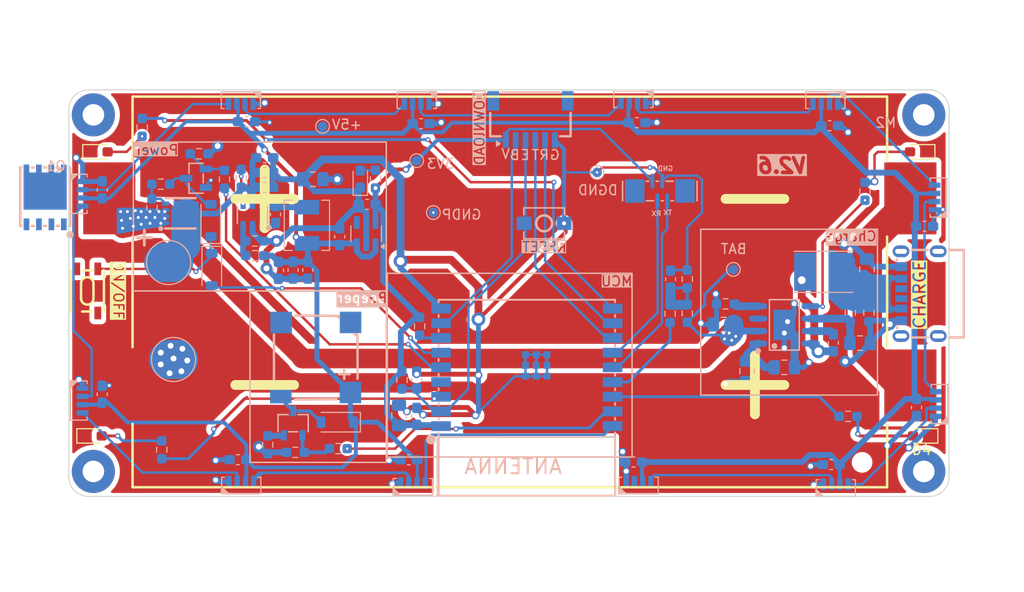
<source format=kicad_pcb>
(kicad_pcb (version 20240108) (generator "pcbnew") (generator_version "8.0")
  (title_block (title "esp32BatCharger") (date "2023-12-16") (company "dwain po"))
  (layers (0 "F.Cu" mixed) (31 "B.Cu" signal) (34 "B.Paste" user) (35 "F.Paste" user) (36 "B.SilkS" user "B.Silkscreen") (37 "F.SilkS" user "F.Silkscreen") (38 "B.Mask" user) (39 "F.Mask" user) (44 "Edge.Cuts" user))
  (net 0 "")
  (net 1 "+BATT")
  (net 2 "GNDPWR")
  (net 3 "+5V")
  (net 4 "GNDD")
  (net 5 "+3V3")
  (net 6 "Net-(U2-VSYS)")
  (net 7 "VCC")
  (net 8 "Net-(U2-LX)")
  (net 9 "Net-(U2-BST)")
  (net 10 "Net-(C28-Pad1)")
  (net 11 "Net-(U2-VIN)")
  (net 12 "Net-(C37-Pad1)")
  (net 13 "/KEY")
  (net 14 "Net-(D2-A)")
  (net 15 "Net-(D13-A)")
  (net 18 "/ESP_TX")
  (net 19 "/ESP_RX")
  (net 20 "Net-(LED1-DO)")
  (net 21 "Net-(LED1-DI)")
  (net 22 "Net-(LED2-DI)")
  (net 23 "Net-(LED3-DI)")
  (net 24 "Net-(LED4-DI)")
  (net 25 "Net-(LED5-DI)")
  (net 26 "Net-(LED6-DI)")
  (net 27 "/RGB")
  (net 28 "Net-(LED8-DI)")
  (net 29 "Net-(LED10-DO)")
  (net 30 "/POWER_EN")
  (net 31 "Net-(U2-LED)")
  (net 32 "/BAT_FB")
  (net 33 "Net-(U2-NTC)")
  (net 34 "/EN")
  (net 35 "/TXD")
  (net 36 "/RXD")
  (net 37 "/IO9")
  (net 39 "Net-(LED12-DI)")
  (net 41 "Net-(LED11-DI)")
  (net 42 "/GREEN")
  (net 43 "Net-(D3-A)")
  (net 44 "Net-(D4-A)")
  (net 45 "/YELLOW")
  (net 46 "/BLUE")
  (net 47 "/BEEP")
  (net 48 "Net-(D6-A)")
  (net 49 "Net-(BT1-+-Pad3)")
  (net 50 "Net-(U1-IO8)")
  (net 51 "Net-(Q5-G)")
  (net 52 "Net-(D5-A)")
  (net 55 "Net-(Q5-S)")
  (net 58 "Net-(U3-BS)")
  (net 59 "Net-(U3-SW)")
  (net 60 "Net-(D1-K)")
  (net 61 "/K1")
  (net 62 "Net-(U3-FB)")
  (net 63 "Net-(U3-EN)")
  (net 66 "Net-(Q2-G)")
  (net 69 "Net-(U4-B)")
  (net 70 "Net-(Q1-G)")
  (footprint "bat_rf:BAT-SMD_BH-18650-B1BA007" (layer "F.Cu") (at 109.5 89.3)
    (property "Reference" "BT1" (hide yes))
    (property "Value" "doubleBatCell" (hide yes))
  )
  (footprint "MountingHole:MountingHole_2.2mm_M2_Pad" (layer "F.Cu") (at 67.025 107.625)
    (property "Reference" "H3" (hide yes))
    (property "Value" "MountingHole")
  )
  (footprint "LED_SMD:LED_0603_1608Metric_Pad1.05x0.95mm_HandSolder" (layer "F.Cu") (at 67.6 75)
    (property "Reference" "D13" (hide yes))
    (property "Value" "B_LED")
  )
  (footprint "LED_SMD:LED_0603_1608Metric_Pad1.05x0.95mm_HandSolder" (layer "F.Cu") (at 151.5 104 180)
    (property "Reference" "D4")
    (property "Value" "Y_LED")
  )
  (footprint "LED_SMD:LED_0603_1608Metric_Pad1.05x0.95mm_HandSolder" (layer "F.Cu") (at 67 104)
    (property "Reference" "D3" (hide yes))
    (property "Value" "G_LED")
  )
  (footprint "MountingHole:MountingHole_2.2mm_M2_Pad" (layer "F.Cu") (at 67.025 71.225)
    (property "Reference" "H4" (hide yes))
    (property "Value" "MountingHole")
  )
  (footprint "MountingHole:MountingHole_2.2mm_M2_Pad" (layer "F.Cu") (at 151.725 71.225)
    (property "Reference" "H1" (hide yes))
    (property "Value" "MountingHole")
  )
  (footprint "LED_SMD:LED_0603_1608Metric_Pad1.05x0.95mm_HandSolder" (layer "F.Cu") (at 151.2 75 180)
    (property "Reference" "D2" (hide yes))
    (property "Value" "RED")
  )
  (footprint "bat_rf:SW-SMD_4P-L4.2-W3.3-P2.15-LS5.1" (layer "F.Cu") (at 66.4 89.2 -90)
    (property "Reference" "SW1" (hide yes))
    (property "Value" "3*4*2.5MM_贴片4脚")
  )
  (footprint "MountingHole:MountingHole_2.2mm_M2_Pad" (layer "F.Cu") (at 151.725 107.625)
    (property "Reference" "H2" (hide yes))
    (property "Value" "MountingHole")
  )
  (footprint "Resistor_SMD:R_0603_1608Metric_Pad0.98x0.95mm_HandSolder" (layer "B.Cu") (at 83.4875 85.6)
    (property "Reference" "R22" (hide yes))
    (property "Value" "160k")
  )
  (footprint "bat_rf:LED-SMD_4P-L4.0-W1.7_M4020-03003-RGB-862-001" (layer "B.Cu") (at 152.925 100.745 90)
    (property "Reference" "LED8" (hide yes))
    (property "Value" "XL-4020RGBC-WS2812B")
  )
  (footprint "Diode_SMD:D_SOD-123" (layer "B.Cu") (at 79.1 87 -90)
    (property "Reference" "D1" (hide yes))
    (property "Value" "1N4148W")
  )
  (footprint "Resistor_SMD:R_0603_1608Metric_Pad0.98x0.95mm_HandSolder" (layer "B.Cu") (at 84.8 104.9 90)
    (property "Reference" "R17" (hide yes))
    (property "Value" "500R")
  )
  (footprint "Capacitor_SMD:C_0603_1608Metric_Pad1.08x0.95mm_HandSolder" (layer "B.Cu") (at 100.445 72.125 180)
    (property "Reference" "C31" (hide yes))
    (property "Value" "100n")
  )
  (footprint "TestPoint:TestPoint_Pad_D1.0mm" (layer "B.Cu") (at 101.7 81.2 180)
    (property "Reference" "TP9" (hide yes))
    (property "Value" "TestPoint")
  )
  (footprint "Resistor_SMD:R_0603_1608Metric_Pad0.98x0.95mm_HandSolder" (layer "B.Cu") (at 95.8 77.7875 90)
    (property "Reference" "R16" (hide yes))
    (property "Value" "1k")
  )
  (footprint "bat_rf:LED-SMD_4P-L4.0-W1.7_M4020-03003-RGB-862-001" (layer "B.Cu") (at 142.745 108.925)
    (property "Reference" "LED12" (hide yes))
    (property "Value" "XL-4020RGBC-WS2812B")
  )
  (footprint "Capacitor_SMD:C_0603_1608Metric_Pad1.08x0.95mm_HandSolder" (layer "B.Cu") (at 85.6 81.4 90)
    (property "Reference" "C18" (hide yes))
    (property "Value" "100n")
  )
  (footprint "bat_rf:LED-SMD_4P-L4.0-W1.7_M4020-03003-RGB-862-001" (layer "B.Cu") (at 141.685 70.125 180)
    (property "Reference" "LED10" (hide yes))
    (property "Value" "XL-4020RGBC-WS2812B")
  )
  (footprint "bat_rf:DFN-8_L5.8-W4.9-P1.27-LS6.0-BL-1" (layer "B.Cu") (at 62.103 79.65 180)
    (property "Reference" "Q1")
    (property "Value" "IRFH7440TRPBF")
  )
  (footprint "Resistor_SMD:R_0603_1608Metric_Pad0.98x0.95mm_HandSolder" (layer "B.Cu") (at 92 105.3 180)
    (property "Reference" "R6" (hide yes))
    (property "Value" "100R")
  )
  (footprint "Capacitor_SMD:C_0603_1608Metric_Pad1.08x0.95mm_HandSolder" (layer "B.Cu") (at 122.465 72.025 180)
    (property "Reference" "C30" (hide yes))
    (property "Value" "100n")
  )
  (footprint "bat_rf:LED-SMD_4P-L4.0-W1.7_M4020-03003-RGB-862-001" (layer "B.Cu") (at 122.105 70.025 180)
    (property "Reference" "LED1" (hide yes))
    (property "Value" "XL-4020RGBC-WS2812B")
  )
  (footprint "LED_SMD:LED_0603_1608Metric_Pad1.05x0.95mm_HandSolder" (layer "B.Cu") (at 94.25 77.78 90)
    (property "Reference" "D6" (hide yes))
    (property "Value" "LED")
  )
  (footprint "Resistor_SMD:R_0603_1608Metric_Pad0.98x0.95mm_HandSolder" (layer "B.Cu") (at 145.725 79.025 -90)
    (property "Reference" "R3" (hide yes))
    (property "Value" "3k")
  )
  (footprint "bat_rf:SW-SMD_L4.0-W2.9-LS5.0" (layer "B.Cu") (at 113 82.3 180)
    (property "Reference" "SW3" (hide yes))
    (property "Value" "TS-1199A-B-B")
  )
  (footprint "Resistor_SMD:R_0603_1608Metric_Pad0.98x0.95mm_HandSolder" (layer "B.Cu") (at 127.6 87.9875 -90)
    (property "Reference" "R10" (hide yes))
    (property "Value" "3m")
  )
  (footprint "kicadLib:CONN-SMD_6P-P1.00_XYECONN_XY-SH1.0-6A61" (layer "B.Cu") (at 111.6 71.8)
    (property "Reference" "J3" (hide yes))
    (property "Value" "Conn_01x06")
  )
  (footprint "bat_rf:LED-SMD_4P-L4.0-W1.7_M4020-03003-RGB-862-001" (layer "B.Cu") (at 82.10825 108.665)
    (property "Reference" "LED6" (hide yes))
    (property "Value" "XL-4020RGBC-WS2812B")
  )
  (footprint "bat_rf:SOT-23-6_L2.9-W1.6-P0.95-LS2.8-BL" (layer "B.Cu") (at 83.25 81.451 180)
    (property "Reference" "U3" (hide yes))
    (property "Value" "MT2492")
  )
  (footprint "Capacitor_SMD:C_0603_1608Metric_Pad1.08x0.95mm_HandSolder" (layer "B.Cu") (at 84.5 77.1)
    (property "Reference" "C2" (hide yes))
    (property "Value" "100n")
  )
  (footprint "bat_rf:LED-SMD_4P-L4.0-W1.7_M4020-03003-RGB-862-001" (layer "B.Cu") (at 100.005 70.125 180)
    (property "Reference" "LED2" (hide yes))
    (property "Value" "XL-4020RGBC-WS2812B")
  )
  (footprint "Resistor_SMD:R_0603_1608Metric_Pad0.98x0.95mm_HandSolder" (layer "B.Cu") (at 74 105.4125 90)
    (property "Reference" "R5" (hide yes))
    (property "Value" "3k")
  )
  (footprint "bat_rf:ESOP-8_L4.9-W3.9-P1.27-LS6.0-BL-EP3.1" (layer "B.Cu") (at 137.5 92.665 90)
    (property "Reference" "U2" (hide yes))
    (property "Value" "IP2325_5M_WHJC")
  )
  (footprint "Capacitor_SMD:C_0805_2012Metric_Pad1.18x1.45mm_HandSolder" (layer "B.Cu") (at 89.4 77.8 180)
    (property "Reference" "FB1" (hide yes))
    (property "Value" "FerriteBead_Small")
  )
  (footprint "Capacitor_SMD:C_0603_1608Metric_Pad1.08x0.95mm_HandSolder" (layer "B.Cu") (at 67.925 78.885 -90)
    (property "Reference" "C33" (hide yes))
    (property "Value" "100n")
  )
  (footprint "Inductor_SMD:L_Chilisin_BMRA00040420" (layer "B.Cu") (at 88.8 82.5 -90)
    (property "Reference" "L1" (hide yes))
    (property "Value" "10uH")
  )
  (footprint "Resistor_SMD:R_0603_1608Metric_Pad0.98x0.95mm_HandSolder" (layer "B.Cu") (at 73 80.7125 -90)
    (property "Reference" "R8" (hide yes))
    (property "Value" "10k")
  )
  (footprint "Capacitor_SMD:C_0603_1608Metric_Pad1.08x0.95mm_HandSolder" (layer "B.Cu") (at 87.39 87.075 -90)
    (property "Reference" "C7" (hide yes))
    (property "Value" "100n")
  )
  (footprint "Resistor_SMD:R_0603_1608Metric_Pad0.98x0.95mm_HandSolder" (layer "B.Cu") (at 131.5 90.525)
    (property "Reference" "R18" (hide yes))
    (property "Value" "51k")
  )
  (footprint "Resistor_SMD:R_0603_1608Metric_Pad0.98x0.95mm_HandSolder" (layer "B.Cu") (at 87.625 105.675)
    (property "Reference" "R7" (hide yes))
    (property "Value" "10k")
  )
  (footprint "Resistor_SMD:R_0603_1608Metric_Pad0.98x0.95mm_HandSolder" (layer "B.Cu") (at 125.85 91.525 90)
    (property "Reference" "R14" (hide yes))
    (property "Value" "1k")
  )
  (footprint "Capacitor_SMD:C_0603_1608Metric_Pad1.08x0.95mm_HandSolder" (layer "B.Cu") (at 99.205 106.445)
    (property "Reference" "C36" (hide yes))
    (property "Value" "100n")
  )
  (footprint "Diode_SMD:D_SOD-123" (layer "B.Cu") (at 79 82 90)
    (property "Reference" "D7" (hide yes))
    (property "Value" "1N4148W")
  )
  (footprint "Capacitor_SMD:C_0603_1608Metric_Pad1.08x0.95mm_HandSolder" (layer "B.Cu") (at 67.925 99.745 -90)
    (property "Reference" "C34" (hide yes))
    (property "Value" "100n")
  )
  (footprint "Capacitor_SMD:C_0603_1608Metric_Pad1.08x0.95mm_HandSolder" (layer "B.Cu") (at 122.11575 106.665)
    (property "Reference" "C11" (hide yes))
    (property "Value" "100n")
  )
  (footprint "bat_rf:USB-C-SMD_HX-TYPE-C-6PIN" (layer "B.Cu") (at 151.3 89.48 -90)
    (property "Reference" "J1" (hide yes))
    (property "Value" "USB_C_Receptacle_PowerOnly_6P")
  )
  (footprint "TestPoint:TestPoint_Pad_D4.0mm" (layer "B.Cu") (at 74.7 86.3 180)
    (property "Reference" "J2" (hide yes))
    (property "Value" "Conn_01x01_Pin")
  )
  (footprint "bat_rf:FPC-SMD_4P-L7.5-W2.0-P0.50" (layer "B.Cu") (at 124.8 79 90)
    (property "Reference" "P1" (hide yes))
    (property "Value" "FPC_0.5MM_4P_Vertical_mounting_type_H2.0mm")
  )
  (footprint "Resistor_SMD:R_0603_1608Metric_Pad0.98x0.95mm_HandSolder" (layer "B.Cu") (at 144.225 91.4375 -90)
    (property "Reference" "R1" (hide yes))
    (property "Value" "0.5R")
  )
  (footprint "bat_rf:LED-SMD_4P-L4.0-W1.7_M4020-03003-RGB-862-001" (layer "B.Cu") (at 65.925 79.285 -90)
    (property "Reference" "LED4" (hide yes))
    (property "Value" "XL-4020RGBC-WS2812B")
  )
  (footprint "bat_rf:BULETM-SMD_18P-L20.0-W18.0-P1.50_ESP32-C3-WROOM" (layer "B.Cu") (at 111.2355 97)
    (property "Reference" "U1" (hide yes))
    (property "Value" "ESP32-C3-WROOM-02-N4")
  )
  (footprint "bat_rf:LED-SMD_4P-L4.0-W1.7_M4020-03003-RGB-862-001" (layer "B.Cu") (at 82.065 70.125 180)
    (property "Reference" "LED3" (hide yes))
    (property "Value" "XL-4020RGBC-WS2812B")
  )
  (footprint "TestPoint:TestPoint_Pad_D1.0mm" (layer "B.Cu") (at 132.3 87 180)
    (property "Reference" "TP11" (hide yes))
    (property "Value" "TestPoint")
  )
  (footprint "bat_rf:BUZ-SMD_4P-L8.5-W8.5-TL" (layer "B.Cu") (at 89.7 96 90)
    (property "Reference" "U5" (hide yes))
    (property "Value" "MLT-8530-5V")
  )
  (footprint "Capacitor_SMD:C_0603_1608Metric_Pad1.08x0.95mm_HandSolder" (layer "B.Cu") (at 81.7625 106.425)
    (property "Reference" "C35" (hide yes))
    (property "Value" "100n")
  )
  (footprint "Capacitor_SMD:C_0603_1608Metric_Pad1.08x0.95mm_HandSolder" (layer "B.Cu") (at 151.8 82.6 180)
    (property "Reference" "C6" (hide yes))
    (property "Value" "100n")
  )
  (footprint "TestPoint:TestPoint_Pad_D1.0mm" (layer "B.Cu") (at 118.4 77.1 180)
    (property "Reference" "TP1" (hide yes))
    (property "Value" "TestPoint")
  )
  (footprint "Capacitor_SMD:C_0603_1608Metric_Pad1.08x0.95mm_HandSolder" (layer "B.Cu") (at 142.5 94.5 -90)
    (property "Reference" "C27" (hide yes))
    (property "Value" "100n")
  )
  (footprint "Capacitor_SMD:C_0603_1608Metric_Pad1.08x0.95mm_HandSolder" (layer "B.Cu") (at 94.95 80.3625 180)
    (property "Reference" "C15" (hide yes))
    (property "Value" "1u")
  )
  (footprint "Resistor_SMD:R_0603_1608Metric_Pad0.98x0.95mm_HandSolder" (layer "B.Cu") (at 72 72.5 -90)
    (property "Reference" "R13" (hide yes))
    (property "Value" "3k")
  )
  (footprint "TestPoint:TestPoint_Pad_D1.0mm" (layer "B.Cu") (at 90.4 72.4 180)
    (property "Reference" "TP7" (hide yes))
    (property "Value" "TestPoint")
  )
  (footprint "TestPoint:TestPoint_Pad_D4.0mm" (layer "B.Cu") (at 75.2 96.2 180)
    (property "Reference" "J5" (hide yes))
    (property "Value" "Conn_01x01_Pin")
  )
  (footprint "Capacitor_SMD:C_0805_2012Metric_Pad1.18x1.45mm_HandSolder" (layer "B.Cu") (at 98.2 101.9 90)
    (property "Reference" "C12" (hide yes))
    (property "Value" "10u")
  )
  (footprint "Resistor_SMD:R_0603_1608Metric_Pad0.98x0.95mm_HandSolder" (layer "B.Cu") (at 73.9 78.3 180)
    (property "Reference" "R19" (hide yes))
    (property "Value" "100R")
  )
  (footprint "Capacitor_SMD:C_0805_2012Metric_Pad1.18x1.45mm_HandSolder" (layer "B.Cu") (at 145.925 87 90)
    (property "Reference" "C28" (hide yes))
    (property "Value" "10u")
  )
  (footprint "Capacitor_SMD:C_0603_1608Metric_Pad1.08x0.95mm_HandSolder" (layer "B.Cu") (at 82.645 71.925 180)
    (property "Reference" "C32" (hide yes))
    (property "Value" "100n")
  )
  (footprint "Capacitor_SMD:C_0603_1608Metric_Pad1.08x0.95mm_HandSolder" (layer "B.Cu") (at 100 98.3 90)
    (property "Reference" "C16" (hide yes))
    (property "Value" "100n")
  )
  (footprint "Capacitor_SMD:C_0603_1608Metric_Pad1.08x0.95mm_HandSolder" (layer "B.Cu") (at 100 102 90)
    (property "Reference" "C13" (hide yes))
    (property "Value" "100n")
  )
  (footprint "TestPoint:TestPoint_Pad_D1.0mm" (layer "B.Cu") (at 100 75.9 180)
    (property "Reference" "TP2" (hide yes))
    (property "Value" "TestPoint")
  )
  (footprint "Resistor_SMD:R_0603_1608Metric_Pad0.98x0.95mm_HandSolder" (layer "B.Cu") (at 144 102)
    (property "Reference" "R15" (hide yes))
    (property "Value" "3k")
  )
  (footprint "Capacitor_SMD:C_0805_2012Metric_Pad1.18x1.45mm_HandSolder" (layer "B.Cu") (at 131.3 92.625 180)
    (property "Reference" "C40" (hide yes))
    (property "Value" "10u")
  )
  (footprint "Capacitor_SMD:C_0805_2012Metric_Pad1.18x1.45mm_HandSolder" (layer "B.Cu") (at 145.225 94.525)
    (property "Reference" "C29" (hide yes))
    (property "Value" "10u")
  )
  (footprint "bat_rf:LED-SMD_4P-L4.0-W1.7_M4020-03003-RGB-862-001" (layer "B.Cu") (at 152.825 79.665 90)
    (property "Reference" "LED9" (hide yes))
    (property "Value" "XL-4020RGBC-WS2812B")
  )
  (footprint "Capacitor_SMD:C_0603_1608Metric_Pad1.08x0.95mm_HandSolder" (layer "B.Cu") (at 142.285 106.925)
    (property "Reference" "C17" (hide yes))
    (property "Value" "100n")
  )
  (footprint "Capacitor_SMD:C_0603_1608Metric_Pad1.08x0.95mm_HandSolder" (layer "B.Cu") (at 84.5 78.62)
    (property "Reference" "C1" (hide yes))
    (property "Value" "2.2u")
  )
  (footprint "Capacitor_SMD:C_0805_2012Metric_Pad1.18x1.45mm_HandSolder" (layer "B.Cu") (at 137.5 97)
    (property "Reference" "C10" (hide yes))
    (property "Value" "22u")
  )
  (footprint "bat_rf:PQFN-8_L3.1-W3.1-P0.65-LS3.3-BL" (layer "B.Cu") (at 75.9 81.275 90)
    (property "Reference" "Q2" (hide yes))
    (property "Value" "AON7403")
  )
  (footprint "Resistor_SMD:R_0603_1608Metric_Pad0.98x0.95mm_HandSolder" (layer "B.Cu") (at 77.8 75.2)
    (property "Reference" "R21" (hide yes))
    (property "Value" "10k")
  )
  (footprint "Resistor_SMD:R_0603_1608Metric_Pad0.98x0.95mm_HandSolder" (layer "B.Cu") (at 98.5 98.3 90)
    (property "Reference" "R12" (hide yes))
    (property "Value" "10k")
  )
  (footprint "bat_rf:LED-SMD_4P-L4.0-W1.7_M4020-03003-RGB-862-001" (layer "B.Cu") (at 99.61 108.8)
    (property "Reference" "LED7" (hide yes))
    (property "Value" "XL-4020RGBC-WS2812B")
  )
  (footprint "Resistor_SMD:R_0603_1608Metric_Pad0.98x0.95mm_HandSolder" (layer "B.Cu") (at 82.1 77.7 -90)
    (property "Reference" "R23" (hide yes))
    (property "Value" "100k")
  )
  (footprint "Capacitor_SMD:C_0603_1608Metric_Pad1.08x0.95mm_HandSolder" (layer "B.Cu") (at 85.9 87.1 -90)
    (property "Reference" "C4" (hide yes))
    (property "Value" "2.2u")
  )
  (footprint "bat_rf:SOT-23-3_L2.9-W1.3-P1.90-LS2.4-BR" (layer "B.Cu") (at 77.5 77.7)
    (property "Reference" "U4" (hide yes))
    (property "Value" "SS8050_C7420370")
  )
  (footprint "bat_rf:LED-SMD_4P-L4.0-W1.7_M4020-03003-RGB-862-001" (layer "B.Cu") (at 122.63325 108.665)
    (property "Reference" "LED11" (hide yes))
    (property "Value" "XL-4020RGBC-WS2812B")
  )
  (footprint "Capacitor_SMD:C_0603_1608Metric_Pad1.08x0.95mm_HandSolder" (layer "B.Cu") (at 142.125 72.325 180)
    (property "Reference" "C14" (hide yes))
    (property "Value" "100n")
  )
  (footprint "Diode_SMD:D_SOD-123" (layer "B.Cu") (at 91.9 102.6 180)
    (property "Reference" "D5" (hide yes))
    (property "Value" "1N4148W")
  )
  (footprint "Capacitor_SMD:C_0603_1608Metric_Pad1.08x0.95mm_HandSolder" (layer "B.Cu") (at 84.5 75.6)
    (property "Reference" "C3" (hide yes))
    (property "Value" "10u")
  )
  (footprint "Resistor_SMD:R_0603_1608Metric_Pad0.98x0.95mm_HandSolder" (layer "B.Cu") (at 100.3 92.8 90)
    (property "Reference" "R4" (hide yes))
    (property "Value" "10k")
  )
  (footprint "Resistor_SMD:R_0603_1608Metric_Pad0.98x0.95mm_HandSolder" (layer "B.Cu") (at 146.125 91.425 90)
    (property "Reference" "R2" (hide yes))
    (property "Value" "5k1")
  )
  (footprint "Capacitor_SMD:C_0805_2012Metric_Pad1.18x1.45mm_HandSolder" (layer "B.Cu") (at 133.7 97.4 -90)
    (property "Reference" "C26" (hide yes))
    (property "Value" "22u")
  )
  (footprint "Capacitor_SMD:C_0603_1608Metric_Pad1.08x0.95mm_HandSolder" (layer "B.Cu") (at 150.985 101.09075 90)
    (property "Reference" "C5" (hide yes))
    (property "Value" "100n")
  )
  (footprint "Resistor_SMD:R_0603_1608Metric_Pad0.98x0.95mm_HandSolder" (layer "B.Cu") (at 127.6 91.4875 -90)
    (property "Reference" "R9" (hide yes))
    (property "Value" "7.5m")
  )
  (footprint "Resistor_SMD:R_0603_1608Metric_Pad0.98x0.95mm_HandSolder" (layer "B.Cu") (at 83.4875 84.1)
    (property "Reference" "R11" (hide yes))
    (property "Value" "22k")
  )
  (footprint "bat_rf:LED-SMD_4P-L4.0-W1.7_M4020-03003-RGB-862-001" (layer "B.Cu") (at 65.925 100.385 -90)
    (property "Reference" "LED5" (hide yes))
    (property "Value" "XL-4020RGBC-WS2812B")
  )
  (footprint "bat_rf:SOT-23" (layer "B.Cu") (at 87.4 102.7 -90)
    (property "Reference" "Q5" (hide yes))
    (property "Value" "AllPower__AP2300")
  )
  (footprint "Package_TO_SOT_SMD:SOT-23-5" (layer "B.Cu") (at 94.85 83.3625 90)
    (property "Reference" "U7" (hide yes))
    (property "Value" "XC6220B331MR")
  )
  (footprint "Capacitor_SMD:C_0603_1608Metric_Pad1.08x0.95mm_HandSolder" (layer "B.Cu") (at 125.9 87.9875 90)
    (property "Reference" "C37" (hide yes))
    (property "Value" "100n")
  )
  (footprint "Capacitor_SMD:C_0603_1608Metric_Pad1.08x0.95mm_HandSolder" (layer "B.Cu") (at 92.15 83.6625 90)
    (property "Reference" "C9" (hide yes))
    (property "Value" "1u")
  )
  (footprint "Resistor_SMD:R_0603_1608Metric_Pad0.98x0.95mm_HandSolder" (layer "B.Cu") (at 80.4 77.8 90)
    (property "Reference" "R20" (hide yes))
    (property "Value" "1k")
  )
  (footprint "Capacitor_SMD:C_0603_1608Metric_Pad1.08x0.95mm_HandSolder" (layer "B.Cu") (at 88.9 87.075 -90)
    (property "Reference" "C8" (hide yes))
    (property "Value" "10u")
  )
  (footprint "Inductor_SMD:L_Taiyo-Yuden_NR-40xx_HandSoldering" (layer "B.Cu") (at 141.5 87.25 180)
    (property "Reference" "L2" (hide yes))
    (property "Value" "2.2uH")
  )
  (gr_rect (start 97 87.4) (end 121.969483 106.155) (stroke (width 0.15)) (fill none) (layer "B.SilkS"))
  (gr_rect (start 71.1 74) (end 96.9 89.2) (stroke (width 0.15)) (fill none) (layer "B.SilkS"))
  (gr_rect (start 83 89.2) (end 96.9 106.7) (stroke (width 0.15)) (fill none) (layer "B.SilkS"))
  (gr_rect (start 128.97625 82.9) (end 147 99.832) (stroke (width 0.15)) (fill none) (layer "B.SilkS"))
  (gr_line (start 66.519998 110.175) (end 102.060358 110.171005) (stroke (width 0.1)) (layer "Edge.Cuts"))
  (gr_line (start 102.075929 104.085504) (end 120.290221 104.083427) (stroke (width 0.1)) (layer "Edge.Cuts"))
  (gr_arc (start 152.300841 68.675) (mid 153.715027 69.260802) (end 154.300841 70.675) (stroke (width 0.1)) (layer "Edge.Cuts"))
  (gr_line (start 154.300841 70.675) (end 154.300841 108.175) (stroke (width 0.1)) (layer "Edge.Cuts"))
  (gr_line (start 152.300841 110.175) (end 151.419998 110.175) (stroke (width 0.1)) (layer "Edge.Cuts"))
  (gr_line (start 120.300883 110.176621) (end 151.419998 110.175) (stroke (width 0.1)) (layer "Edge.Cuts"))
  (gr_line (start 64.519998 108.175) (end 64.519998 70.675) (stroke (width 0.1)) (layer "Edge.Cuts"))
  (gr_arc (start 64.519998 70.675) (mid 65.105784 69.260786) (end 66.519998 68.675) (stroke (width 0.1)) (layer "Edge.Cuts"))
  (gr_line (start 66.519998 68.675) (end 151.419998 68.675) (stroke (width 0.1)) (layer "Edge.Cuts"))
  (gr_line (start 151.419998 68.675) (end 152.300841 68.675) (stroke (width 0.1)) (layer "Edge.Cuts"))
  (gr_line (start 102.060358 110.171005) (end 102.075929 104.085504) (stroke (width 0.1)) (layer "Edge.Cuts"))
  (gr_arc (start 66.519998 110.175) (mid 65.105784 109.589214) (end 64.519998 108.175) (stroke (width 0.1)) (layer "Edge.Cuts"))
  (gr_line (start 120.290221 104.083427) (end 120.300883 110.176621) (stroke (width 0.1)) (layer "Edge.Cuts"))
  (gr_arc (start 154.300841 108.175) (mid 153.715057 109.589229) (end 152.300841 110.175) (stroke (width 0.1)) (layer "Edge.Cuts"))
  (gr_text "Charge" (at 147 84.2 0) (layer "B.SilkS" knockout) (effects (font (size 1 1)) (justify left bottom mirror)))
  (gr_text "R" (at 113.6 75.9 0) (layer "B.SilkS") (effects (font (size 1 1)) (justify left bottom mirror)))
  (gr_text "Beeper" (at 97.1 90.5 0) (layer "B.SilkS" knockout) (effects (font (size 1 1)) (justify left bottom mirror)))
  (gr_text "DOWNlOAD" (at 107 68.6 90) (layer "B.SilkS" knockout) (effects (font (size 1 1)) (justify left bottom mirror)))
  (gr_text "DGND\n" (at 120.6 79.5 0) (layer "B.SilkS") (effects (font (size 1 1)) (justify left bottom mirror)))
  (gr_text "Power" (at 75.8 75.4 0) (layer "B.SilkS" knockout) (effects (font (size 1 1)) (justify left bottom mirror)))
  (gr_text "GNDP" (at 106.7 82 0) (layer "B.SilkS") (effects (font (size 1 1)) (justify left bottom mirror)))
  (gr_text "BAT" (at 133.75 85.5 0) (layer "B.SilkS") (effects (font (size 1 1)) (justify left bottom mirror)))
  (gr_text "+" (at 71.2 85.2 270) (layer "B.SilkS") (effects (font (size 2 2) (thickness 0.3)) (justify left bottom mirror)))
  (gr_text "T" (at 112.6 75.9 0) (layer "B.SilkS") (effects (font (size 1 1)) (justify left bottom mirror)))
  (gr_text "V" (at 109.6 75.8 0) (layer "B.SilkS") (effects (font (size 1 1)) (justify left bottom mirror)))
  (gr_text "G" (at 114.7 75.9 0) (layer "B.SilkS") (effects (font (size 1 1)) (justify left bottom mirror)))
  (gr_text "M2" (at 149 72.6 0) (layer "B.SilkS") (effects (font (size 1 1)) (justify left bottom mirror)))
  (gr_text "GND" (at 126.2 77 0) (layer "B.SilkS") (effects (font (size 0.5 0.5) (thickness 0.1)) (justify left bottom mirror)))
  (gr_text "RX" (at 125 81.6 0) (layer "B.SilkS") (effects (font (size 0.5 0.5) (thickness 0.1)) (justify left bottom mirror)))
  (gr_text "B" (at 110.6 75.9 0) (layer "B.SilkS") (effects (font (size 1 1)) (justify left bottom mirror)))
  (gr_text "MCU" (at 122.1 88.8 0) (layer "B.SilkS" knockout) (effects (font (size 1 1)) (justify left bottom mirror)))
  (gr_text "+5V" (at 94.5 72.8 0) (layer "B.SilkS") (effects (font (size 1 1)) (justify left bottom mirror)))
  (gr_text "E" (at 111.6 75.9 0) (layer "B.SilkS") (effects (font (size 1 1)) (justify left bottom mirror)))
  (gr_text "V2.6" (at 140 77.3 0) (layer "B.SilkS" knockout) (effects (font (size 1.5 1.5) (thickness 0.375) (bold yes) (italic yes)) (justify left bottom mirror)))
  (gr_text "RESET" (at 115.4 85.3 0) (layer "B.SilkS" knockout) (effects (font (size 1 1)) (justify left bottom mirror)))
  (gr_text "TX" (at 126.1 81.5 0) (layer "B.SilkS") (effects (font (size 0.5 0.5) (thickness 0.1)) (justify left bottom mirror)))
  (gr_text "3V3" (at 103.9 76.8 0) (layer "B.SilkS") (effects (font (size 1 1)) (justify left bottom mirror)))
  (gr_text "CHARGE" (at 152 93.2 90) (layer "F.SilkS" knockout) (effects (font (size 1.2 1.2) (thickness 0.2)) (justify left bottom)))
  (gr_text "ON/OFF" (at 69 86.1 -90) (layer "F.SilkS" knockout) (effects (font (size 1 1)) (justify left bottom)))
  (segment (start 69.9 82) (end 70.8 81.8) (width 2) (layer "F.Cu") (net 1))
  (segment (start 88.4 96.1) (end 74.6 82.3) (width 2) (layer "F.Cu") (net 1))
  (segment (start 132.54375 93.83125) (end 132.375 94) (width 1.2) (layer "F.Cu") (net 1))
  (segment (start 73.9 82.3) (end 72.8 82.3) (width 2) (layer "F.Cu") (net 1))
  (segment (start 71.3 81) (end 68.645 79.75) (width 2) (layer "F.Cu") (net 1))
  (segment (start 71.1 82.6) (end 70 82.8) (width 2) (layer "F.Cu") (net 1))
  (segment (start 71.6 81.7) (end 72.4 81.7) (width 2) (layer "F.Cu") (net 1))
  (segment (start 74.3 82) (end 74.3 81.8) (width 2) (layer "F.Cu") (net 1))
  (segment (start 73.9 81.6) (end 74.3 82) (width 2) (layer "F.Cu") (net 1))
  (segment (start 90.2 96.1) (end 88.4 96.1) (width 2) (layer "F.Cu") (net 1))
  (segment (start 129.275 96.1) (end 90.2 96.1) (width 2) (layer "F.Cu") (net 1))
  (segment (start 73.7 81.4) (end 73.7 81.1) (width 2) (layer "F.Cu") (net 1))
  (segment (start 132.375 94) (end 132.275 93.9) (width 1.2) (layer "F.Cu") (net 1))
  (segment (start 71.9 82.4) (end 71.1 82.6) (width 2) (layer "F.Cu") (net 1))
  (segment (start 74.3 81.1) (end 73.4 81.1) (width 2) (layer "F.Cu") (net 1))
  (segment (start 73.3 81.7) (end 73.9 81.6) (width 2) (layer "F.Cu") (net 1))
  (segment (start 74.3 81.8) (end 74.1 81.8) (width 2) (layer "F.Cu") (net 1))
  (segment (start 71.9 81.1) (end 71.3 81) (width 2) (layer "F.Cu") (net 1))
  (segment (start 129.275 96.1) (end 131.875 93.5) (width 2) (layer "F.Cu") (net 1))
  (segment (start 70.8 81.8) (end 71.6 81.7) (width 2) (layer "F.Cu") (net 1))
  (segment (start 74.6 82.3) (end 73.9 82.3) (width 2) (layer "F.Cu") (net 1))
  (segment (start 73.4 81.1) (end 72.8 81.1) (width 2) (layer "F.Cu") (net 1))
  (segment (start 72.4 81.7) (end 73.3 81.7) (width 2) (layer "F.Cu") (net 1))
  (segment (start 132.54375 93.83125) (end 132.137162 94.237838) (width 1.2) (layer "F.Cu") (net 1))
  (segment (start 90.2 96.1) (end 88.3 96.1) (width 2) (layer "F.Cu") (net 1))
  (segment (start 72.8 82.3) (end 71.9 82.4) (width 2) (layer "F.Cu") (net 1))
  (segment (start 70 82.8) (end 69.9 82) (width 2) (layer "F.Cu") (net 1))
  (segment (start 132.375 94) (end 131.875 93.5) (width 1.2) (layer "F.Cu") (net 1))
  (segment (start 73.7 81.1) (end 74.3 81.1) (width 2) (layer "F.Cu") (net 1))
  (segment (start 74.1 81.8) (end 73.7 81.4) (width 2) (layer "F.Cu") (net 1))
  (via (at 72.8 82.3) (size 0.55) (drill 0.3) (layers "F.Cu" "B.Cu") (net 1))
  (via (at 69.8 81.1) (size 0.55) (drill 0.3) (layers "F.Cu" "B.Cu") (net 1))
  (via (at 131.875 93.5) (size 0.55) (drill 0.3) (layers "F.Cu" "B.Cu") (net 1))
  (via (at 73.7 81.1) (size 0.55) (drill 0.3) (layers "F.Cu" "B.Cu") (net 1))
  (via (at 71.9 81.1) (size 0.55) (drill 0.3) (layers "F.Cu" "B.Cu") (net 1))
  (via (at 73.3 81.7) (size 0.55) (drill 0.3) (layers "F.Cu" "B.Cu") (net 1))
  (via (at 70 82.8) (size 0.55) (drill 0.3) (layers "F.Cu" "B.Cu") (net 1))
  (via (at 71.3 81) (size 0.55) (drill 0.3) (layers "F.Cu" "B.Cu") (net 1))
  (via (at 132.137162 94.237838) (size 0.55) (drill 0.3) (layers "F.Cu" "B.Cu") (net 1))
  (via (at 132.54375 93.83125) (size 0.55) (drill 0.3) (layers "F.Cu" "B.Cu") (net 1))
  (via (at 70.5 81.1) (size 0.55) (drill 0.3) (layers "F.Cu" "B.Cu") (net 1))
  (via (at 72.8 81.1) (size 0.55) (drill 0.3) (layers "F.Cu" "B.Cu") (net 1))
  (via (at 70.8 81.8) (size 0.55) (drill 0.3) (layers "F.Cu" "B.Cu") (net 1))
  (via (at 74.3 81.1) (size 0.55) (drill 0.3) (layers "F.Cu" "B.Cu") (net 1))
  (via (at 71.9 82.4) (size 0.55) (drill 0.3) (layers "F.Cu" "B.Cu") (net 1))
  (via (at 73.9 82.3) (size 0.55) (drill 0.3) (layers "F.Cu" "B.Cu") (net 1))
  (via (at 74.3 81.8) (size 0.55) (drill 0.3) (layers "F.Cu" "B.Cu") (net 1))
  (via (at 72.4 81.7) (size 0.55) (drill 0.3) (layers "F.Cu" "B.Cu") (net 1))
  (via (at 71.1 82.6) (size 0.55) (drill 0.3) (layers "F.Cu" "B.Cu") (net 1))
  (via (at 71.6 81.7) (size 0.55) (drill 0.3) (layers "F.Cu" "B.Cu") (net 1))
  (via (at 131.3 93.5) (size 0.55) (drill 0.3) (layers "F.Cu" "B.Cu") (net 1))
  (via (at 69.9 82) (size 0.55) (drill 0.3) (layers "F.Cu" "B.Cu") (net 1))
  (via (at 131.4 94.1) (size 0.55) (drill 0.3) (layers "F.Cu" "B.Cu") (net 1))
  (segment (start 129.375 89.564339) (end 131.939339 87) (width 0.3) (layer "B.Cu") (net 1))
  (segment (start 134.818 93.3) (end 133.0125 93.3) (width 0.7) (layer "B.Cu") (net 1))
  (segment (start 131.939339 87) (end 132.3 87) (width 0.3) (layer "B.Cu") (net 1))
  (segment (start 127.6 92.4) (end 128.9 93.7) (width 0.3) (layer "B.Cu") (net 1))
  (segment (start 133.0125 93.3) (end 132.3375 92.625) (width 0.7) (layer "B.Cu") (net 1))
  (segment (start 127.6 92.4) (end 129.375 90.625) (width 0.3) (layer "B.Cu") (net 1))
  (segment (start 132.3375 93.420038) (end 131.928769 93.828769) (width 2) (layer "B.Cu") (net 1))
  (segment (start 128.9 93.7) (end 132.4125 93.7) (width 0.3) (layer "B.Cu") (net 1))
  (segment (start 132.54375 93.83125) (end 132.54375 92.83125) (width 1.2) (layer "B.Cu") (net 1))
  (segment (start 132.54375 92.83125) (end 132.3375 92.625) (width 1.2) (layer "B.Cu") (net 1))
  (segment (start 129.375 90.625) (end 129.375 89.564339) (width 0.3) (layer "B.Cu") (net 1))
  (segment (start 132.54375 93.83125) (end 132.375 94) (width 1.2) (layer "B.Cu") (net 1))
  (segment (start 132.3375 92.625) (end 132.3375 93.420038) (width 2) (layer "B.Cu") (net 1))
  (segment (start 132.4125 93.7) (end 132.54375 93.83125) (width 0.3) (layer "B.Cu") (net 1))
  (segment (start 67.845 97.25) (end 74.05 97.25) (width 4) (layer "F.Cu") (net 2))
  (segment (start 152.375 104) (end 151.55 104.825) (width 0.3) (layer "F.Cu") (net 2))
  (segment (start 68.47 99.025) (end 68.47 98.03) (width 0.5) (layer "F.Cu") (net 2))
  (segment (start 68.47 99.025) (end 70.025 99.025) (width 0.5) (layer "F.Cu") (net 2))
  (segment (start 150.589861 104.825) (end 150.20743 105.207431) (width 0.3) (layer "F.Cu") (net 2))
  (segment (start 68.47 99.025) (end 70.709582 99.025) (width 0.5) (layer "F.Cu") (net 2))
  (segment (start 74.05 97.25) (end 75.2 96.1) (width 4) (layer "F.Cu") (net 2))
  (segment (start 66.125 104) (end 66.125 103.875) (width 0.3) (layer "F.Cu") (net 2))
  (segment (start 151.55 104.825) (end 150.589861 104.825) (width 0.3) (layer "F.Cu") (net 2))
  (segment (start 153.524998 84.075002) (end 153.525 84.075) (width 0.5) (layer "F.Cu") (net 2))
  (via (at 129 92.5) (size 0.8) (drill 0.5) (layers "F.Cu" "B.Cu") (net 2))
  (via (at 153.675841 80.9) (size 0.55) (drill 0.3) (layers "F.Cu" "B.Cu") (net 2))
  (via (at 68.645 98.85) (size 0.55) (drill 0.3) (layers "F.Cu" "B.Cu") (net 2))
  (via (at 74.9 94.8) (size 1.2) (drill 0.6) (layers "F.Cu" "B.Cu") (net 2))
  (via (at 73.9 96.7) (size 1.2) (drill 0.6) (layers "F.Cu" "B.Cu") (net 2))
  (via (at 76.1 95.1) (size 1.2) (drill 0.6) (layers "F.Cu" "B.Cu") (net 2))
  (via (at 137.8325 92.3325) (size 0.8) (drill 0.5) (layers "F.Cu" "B.Cu") (net 2))
  (via (at 97.5 108.9) (size 0.8) (drill 0.5) (layers "F.Cu" "B.Cu") (net 2))
  (via (at 150.20743 105.207431) (size 0.8) (drill 0.5) (layers "F.Cu" "B.Cu") (net 2))
  (via (at 143.6 84.4) (size 1.2) (drill 0.6) (layers "F.Cu" "B.Cu") (net 2))
  (via (at 76 97.4) (size 1.2) (drill 0.6) (layers "F.Cu" "B.Cu") (net 2))
  (via (at 83.9 105.1) (size 1.2) (drill 0.6) (layers "F.Cu" "B.Cu") (net 2))
  (via (at 79.5 108.5) (size 0.8) (drill 0.5) (layers "F.Cu" "B.Cu") (net 2))
  (via (at 138.5 90.5) (size 0.8) (drill 0.5) (layers "F.Cu" "B.Cu") (net 2))
  (via (at 140.182069 107.090725) (size 0.8) (drill 0.5) (layers "F.Cu" "B.Cu") (net 2))
  (via (at 65.549923 98.25023) (size 0.8) (drill 0.5) (layers "F.Cu" "B.Cu") (net 2))
  (via (at 65.269998 75.6) (size 0.8) (drill 0.5) (layers "F.Cu" "B.Cu") (net 2))
  (via (at 144 73) (size 0.8) (drill 0.5) (layers "F.Cu" "B.Cu") (net 2))
  (via (at 75.2 96.1) (size 1.2) (drill 0.6) (layers "F.Cu" "B.Cu") (net 2))
  (via (at 97.2 106.5) (size 0.8) (drill 0.5) (layers "F.Cu" "B.Cu") (net 2))
  (via (at 74.8 97.6) (size 1.2) (drill 0.6) (layers "F.Cu" "B.Cu") (net 2))
  (via (at 148 105) (size 0.8) (drill 0.5) (layers "F.Cu" "B.Cu") (net 2))
  (via (at 101.7 81.2) (size 0.5) (drill 0.25) (layers "F.Cu" "B.Cu") (net 2))
  (via (at 73.9 95.5) (size 1.2) (drill 0.6) (layers "F.Cu" "B.Cu") (net 2))
  (via (at 143.7 96.4) (size 1.2) (drill 0.6) (layers "F.Cu" "B.Cu") (net 2))
  (via (at 79 77.9) (size 0.5) (drill 0.25) (layers "F.Cu" "B.Cu") (net 2))
  (via (at 76.6 96.3) (size 1.2) (drill 0.6) (layers "F.Cu" "B.Cu") (net 2))
  (via (at 124.5 72) (size 0.8) (drill 0.5) (layers "F.Cu" "B.Cu") (net 2))
  (via (at 79.5 106.5) (size 0.8) (drill 0.5) (layers "F.Cu" "B.Cu") (net 2))
  (via (at 121.37325 107.6) (size 0.8) (drill 0.5) (layers "F.Cu" "B.Cu") (net 2))
  (via (at 124.5 70) (size 0.8) (drill 0.5) (layers "F.Cu" "B.Cu") (net 2))
  (via (at 144 71) (size 0.8) (drill 0.5) (layers "F.Cu" "B.Cu") (net 2))
  (via (at 102.2 70.1) (size 0.8) (drill 0.5) (layers "F.Cu" "B.Cu") (net 2))
  (via (at 84.5 70) (size 0.8) (drill 0.5) (layers "F.Cu" "B.Cu") (net 2))
  (via (at 102.5 72) (size 0.8) (drill 0.5) (layers "F.Cu" "B.Cu") (net 2))
  (via (at 140 96.5) (size 0.8) (drill 0.5) (layers "F.Cu" "B.Cu") (net 2))
  (via (at 137.5 93.5) (size 0.8) (drill 0.5) (layers "F.Cu" "B.Cu") (net 2))
  (via blind (at 148.2565 92.600388) (size 1.2) (drill 0.6) (layers "F.Cu" "B.Cu") (net 2))
  (via (at 130.5 89.5) (size 0.8) (drill 0.5) (layers "F.Cu" "B.Cu") (net 2))
  (via (at 131.5 98.7) (size 0.8) (drill 0.5) (layers "F.Cu" "B.Cu") (net 2))
  (via (at 79.7 74.4) (size 1.2) (drill 0.6) (layers "F.Cu" "B.Cu") (net 2))
  (via (at 121 105.6) (size 0.8) (drill 0.5) (layers "F.Cu" "B.Cu") (net 2))
  (via (at 140.5 109) (size 0.8) (drill 0.5) (layers "F.Cu" "B.Cu") (net 2))
  (via (at 85 72) (size 0.55) (drill 0.3) (layers "F.Cu" "B.Cu") (net 2))
  (via (at 91.9 77.8) (size 1.2) (drill 0.6) (layers "F.Cu" "B.Cu") (net 2))
  (via (at 137.5 95) (size 0.8) (drill 0.5) (layers "F.Cu" "B.Cu") (net 2))
  (segment (start 130.5875 90.525) (end 130.5875 92.3) (width 0.5) (layer "B.Cu") (net 2))
  (segment (start 84.925 71.925) (end 85 72) (width 0.3) (layer "B.Cu") (net 2))
  (segment (start 90.4375 77.8) (end 91.9 77.8) (width 0.6) (layer "B.Cu") (net 2))
  (segment (start 130.5875 89.5875) (end 130.5 89.5) (width 0.5) (layer "B.Cu") (net 2))
  (segment (start 124.5 72) (end 124.475 72.025) (width 0.5) (layer "B.Cu") (net 2))
  (segment (start 121 105.6) (end 121 106.41175) (width 0.5) (layer "B.Cu") (net 2))
  (segment (start 65.925 78.025) (end 65.925 76.255002) (width 0.5) (layer "B.Cu") (net 2))
  (segment (start 153.675841 80.9) (end 152.85 80.9) (width 0.3) (layer "B.Cu") (net 2))
  (segment (start 148.187112 92.600388) (end 146.2625 94.525) (width 0.6) (layer "B.Cu") (net 2))
  (segment (start 129.125 92.625) (end 129 92.5) (width 0.5) (layer "B.Cu") (net 2))
  (segment (start 139.5 97) (end 140 96.5) (width 0.5) (layer "B.Cu") (net 2))
  (segment (start 121.37325 106.785) (end 121.25325 106.665) (width 0.5) (layer "B.Cu") (net 2))
  (segment (start 78.5 78.65) (end 78.5 78.4) (width 0.25) (layer "B.Cu") (net 2))
  (segment (start 80.84825 108.665) (end 79.665 108.665) (width 0.5) (layer "B.Cu") (net 2))
  (segment (start 150.20743 105.207431) (end 152.925 102.489861) (width 0.5) (layer "B.Cu") (net 2))
  (segment (start 84.6125 105.8125) (end 83.9 105.1) (width 0.6) (layer "B.Cu") (net 2))
  (segment (start 148.631888 92.225) (end 149.472135 92.225) (width 0.6) (layer "B.Cu") (net 2))
  (segment (start 133.7 98.4375) (end 131.7625 98.4375) (width 0.5) (layer "B.Cu") (net 2))
  (segment (start 149.2565 86.725) (end 146.6875 86.725) (width 0.6) (layer "B.Cu") (net 2))
  (segment (start 80.9 106.425) (end 79.575 106.425) (width 0.5) (layer "B.Cu") (net 2))
  (segment (start 148.2565 92.600388) (end 148.631888 92.225) (width 0.6) (layer "B.Cu") (net 2))
  (segment (start 124.475 70.025) (end 124.5 70) (width 0.5) (layer "B.Cu") (net 2))
  (segment (start 130.2625 92.625) (end 129.125 92.625) (width 0.5) (layer "B.Cu") (net 2))
  (segment (start 141.485 108.925) (end 140.575 108.925) (width 0.5) (layer "B.Cu") (net 2))
  (segment (start 124.475 72.025) (end 123.3275 72.025) (width 0.5) (layer "B.Cu") (net 2))
  (segment (start 84.8 105.8125) (end 84.6125 105.8125) (width 0.6) (layer "B.Cu") (net 2))
  (segment (start 138.5 91.665) (end 137.8325 92.3325) (width 0.5) (layer "B.Cu") (net 2))
  (segment (start 65.549923 98.25023) (end 65.925 98.625307) (width 0.5) (layer "B.Cu") (net 2))
  (segment (start 84.375 70.125) (end 84.5 70) (width 0.5) (layer "B.Cu") (net 2))
  (segment (start 83.325 70.125) (end 84.375 70.125) (width 0.5) (layer "B.Cu") (net 2))
  (segment (start 138.5375 97) (end 139.5 97) (width 0.5) (layer "B.Cu") (net 2))
  (segment (start 142.945 70.125) (end 143.125 70.125) (width 0.5) (layer "B.Cu") (net 2))
  (segment (start 150.985 101.95325) (end 150.985 102.015) (width 0.5) (layer "B.Cu") (net 2))
  (segment (start 68.6125 98.8825) (end 67.925 98.8825) (width 0.3) (layer "B.Cu") (net 2))
  (segment (start 78.7125 75.2) (end 78.9 75.2) (width 0.6) (layer "B.Cu") (net 2))
  (segment (start 97.6 108.8) (end 97.5 108.9) (width 0.5) (layer "B.Cu") (net 2))
  (segment (start 144.3625 84.4) (end 145.925 85.9625) (width 0.6) (layer "B.Cu") (net 2))
  (segment (start 65.925 78.025) (end 67.9225 78.025) (width 0.5) (layer "B.Cu") (net 2))
  (segment (start 102.175 70.125) (end 101.265 70.125) (width 0.5) (layer "B.Cu") (net 2))
  (segment (start 84.9375 105.675) (end 84.8 105.8125) (width 0.6) (layer "B.Cu") (net 2))
  (segment (start 138.5375 97) (end 138.5375 93.7025) (width 0.8) (layer "B.Cu") (net 2))
  (segment (start 143.6 84.4) (end 144.3625 84.4) (width 0.6) (layer "B.Cu") (net 2))
  (segment (start 143.7 96.4) (end 144.3875 96.4) (width 0.6) (layer "B.Cu") (net 2))
  (segment (start 83.5075 71.925) (end 84.925 71.925) (width 0.3) (layer "B.Cu") (net 2))
  (segment (start 143.125 70.125) (end 144 71) (width 0.5) (layer "B.Cu") (net 2))
  (segment (start 78.9 75.2) (end 79.7 74.4) (width 0.6) (layer "B.Cu") (net 2))
  (segment (start 130.5875 90.525) (end 130.5875 89.5875) (width 0.5) (layer "B.Cu") (net 2))
  (segment (start 152.6625 81.913341) (end 153.675841 80.9) (width 0.3) (layer "B.Cu") (net 2))
  (segment (start 152.925 102.489861) (end 152.925 102.005) (width 0.5) (layer "B.Cu") (net 2))
  (segment (start 152.85 80.9) (end 152.825 80.925) (width 0.3) (layer "B.Cu") (net 2))
  (segment (start 78.5 78.4) (end 79 77.9) (width 0.25) (layer "B.Cu") (net 2))
  (segment (start 121.37325 108.665) (end 121.37325 106.785) (width 0.5) (layer "B.Cu") (net 2))
  (segment (start 148.2565 92.600388) (end 147.881112 92.225) (width 0.6) (layer "B.Cu") (net 2))
  (segment (start 79.575 106.425) (end 79.5 106.5) (width 0.5) (layer "B.Cu") (net 2))
  (segment (start 146.2375 92.225) (end 146.125 92.3375) (width 0.6) (layer "B.Cu") (net 2))
  (segment (start 102.375 72.125) (end 102.5 72) (width 0.5) (layer "B.Cu") (net 2))
  (segment (start 148.2565 92.600388) (end 148.187112 92.600388) (width 0.6) (layer "B.Cu") (net 2))
  (segment (start 67.9225 78.025) (end 67.925 78.0225) (width 0.5) (layer "B.Cu") (net 2))
  (segment (start 142.9875 72.325) (end 143.325 72.325) (width 0.5) (layer "B.Cu") (net 2))
  (segment (start 146.2625 94.525) (end 146.2625 92.475) (width 0.6) (layer "B.Cu") (net 2))
  (segment (start 65.925 98.625307) (end 65.925 99.125) (width 0.5) (layer "B.Cu") (net 2))
  (segment (start 86.7125 105.675) (end 84.9375 105.675) (width 0.6) (layer "B.Cu") (net 2))
  (segment (start 140.575 108.925) (end 140.5 109) (width 0.5) (layer "B.Cu") (net 2))
  (segment (start 137.5 92.665) (end 137.8325 92.3325) (width 0.5) (layer "B.Cu") (net 2))
  (segment (start 140.347794 106.925) (end 140.182069 107.090725) (width 0.5) (layer "B.Cu") (net 2))
  (segment (start 97.255 106.445) (end 97.2 106.5) (width 0.5) (layer "B.Cu") (net 2))
  (segment (start 147.881112 92.225) (end 146.2375 92.225) (width 0.6) (layer "B.Cu") (net 2))
  (segment (start 144.3875 96.4) (end 146.2625 94.525) (width 0.6) (layer "B.Cu") (net 2))
  (segment (start 98.35 108.8) (end 97.6 108.8) (width 0.5) (layer "B.Cu") (net 2))
  (segment (start 101.3075 72.125) (end 102.375 72.125) (width 0.5) (layer "B.Cu") (net 2))
  (segment (start 152.6625 82.6) (end 152.6625 81.913341) (width 0.3) (layer "B.Cu") (net 2))
  (segment (start 131.7625 98.4375) (end 131.5 98.7) (width 0.5) (layer "B.Cu") (net 2))
  (segment (start 146.2625 92.475) (end 146.125 92.3375) (width 0.6) (layer "B.Cu") (net 2))
  (segment (start 141.4225 106.925) (end 140.347794 106.925) (width 0.5) (layer "B.Cu") (net 2))
  (segment (start 130.5875 92.3) (end 130.2625 92.625) (width 0.5) (layer "B.Cu") (net 2))
  (segment (start 137.5 92.665) (end 137.5 93.5) (width 0.5) (layer "B.Cu") (net 2))
  (segment (start 123.365 70.025) (end 124.475 70.025) (width 0.5) (layer "B.Cu") (net 2))
  (segment (start 146.6875 86.725) (end 145.925 85.9625) (width 0.6) (layer "B.Cu") (net 2))
  (segment (start 150.985 102.015) (end 148 105) (width 0.5) (layer "B.Cu") (net 2))
  (segment (start 68.645 98.85) (end 68.6125 98.8825) (width 0.3) (layer "B.Cu") (net 2))
  (segment (start 79.665 108.665) (end 79.5 108.5) (width 0.5) (layer "B.Cu") (net 2))
  (segment (start 102.2 70.1) (end 102.175 70.125) (width 0.5) (layer "B.Cu") (net 2))
  (segment (start 65.925 76.255002) (end 65.269998 75.6) (width 0.5) (layer "B.Cu") (net 2))
  (segment (start 121 106.41175) (end 121.25325 106.665) (width 0.5) (layer "B.Cu") (net 2))
  (segment (start 137.5 93.5) (end 137.5 95) (width 0.5) (layer "B.Cu") (net 2))
  (segment (start 98.3425 106.445) (end 97.255 106.445) (width 0.5) (layer "B.Cu") (net 2))
  (segment (start 143.325 72.325) (end 144 73) (width 0.5) (layer "B.Cu") (net 2))
  (segment (start 121.37325 107.6) (end 121.37325 108.665) (width 0.5) (layer "B.Cu") (net 2))
  (segment (start 138.5 90.5) (end 138.5 91.665) (width 0.5) (layer "B.Cu") (net 2))
  (segment (start 138.5375 93.7025) (end 137.5 92.665) (width 0.8) (layer "B.Cu") (net 2))
  (segment (start 87.7 83.7) (end 87.7 78.003851) (width 0.4) (layer "F.Cu") (net 3))
  (segment (start 87.7 78.003851) (end 84.500442 74.804293) (width 0.4) (layer "F.Cu") (net 3))
  (via (at 84.500442 74.804293) (size 0.7) (drill 0.4) (layers "F.Cu" "B.Cu") (net 3))
  (via (at 87.7 83.7) (size 0.7) (drill 0.4) (layers "F.Cu" "B.Cu") (net 3))
  (segment (start 122.97825 106.665) (end 122.97825 108.59) (width 0.4) (layer "B.Cu") (net 3))
  (segment (start 82.625 104.9) (end 80.35 102.625) (width 0.4) (layer "B.Cu") (net 3))
  (segment (start 81.7825 71.925) (end 81.7825 70.2625) (width 0.35) (layer "B.Cu") (net 3))
  (segment (start 150.925 79.2625) (end 152.8075 79.2625) (width 0.4) (layer "B.Cu") (net 3))
  (segment (start 88.8 84.35) (end 88.35 84.35) (width 0.6) (layer "B.Cu") (net 3))
  (segment (start 139.335 106.665) (end 122.97825 106.665) (width 0.6) (layer "B.Cu") (net 3))
  (segment (start 141.2625 72.5625) (end 145.825 77.125) (width 0.6) (layer "B.Cu") (net 3))
  (segment (start 80.35 102.625) (end 70.5175 102.625) (width 0.4) (layer "B.Cu") (net 3))
  (segment (start 99.5825 70.1275) (end 99.585 70.125) (width 0.35) (layer "B.Cu") (net 3))
  (segment (start 100.0675 108.7625) (end 100.03 108.8) (width 0.3) (layer "B.Cu") (net 3))
  (segment (start 150.985 100.22825) (end 152.82825 100.22825) (width 0.4) (layer "B.Cu") (net 3))
  (segment (start 145.825 77.125) (end 148.7875 77.125) (width 0.6) (layer "B.Cu") (net 3))
  (segment (start 150.775 91.641116) (end 150.775 100.01825) (width 0.6) (layer "B.Cu") (net 3))
  (segment (start 82.625 106.425) (end 82.625 108.56825) (width 0.4) (layer "B.Cu") (net 3))
  (segment (start 102.631371 73) (end 100.4575 73) (width 0.4) (layer "B.Cu") (net 3))
  (segment (start 143.1475 106.925) (end 142.1725 105.95) (width 0.6) (layer "B.Cu") (net 3))
  (segment (start 85.9 86.2375) (end 88.9 86.2375) (width 0.6) (layer "B.Cu") (net 3))
  (segment (start 88.9 86.2375) (end 88.9 84.45) (width 0.6) (layer "B.Cu") (net 3))
  (segment (start 121.6025 70.1075) (end 121.685 70.025) (width 0.4) (layer "B.Cu") (net 3))
  (segment (start 68.5 100.6075) (end 70.5175 102.625) (width 0.4) (layer "B.Cu") (net 3))
  (segment (start 93.9 84.5) (end 93.9 85.162499) (width 0.6) (layer "B.Cu") (net 3))
  (segment (start 150.9375 82.6) (end 150.8 82.7375) (width 0.6) (layer "B.Cu") (net 3))
  (segment (start 81.7825 71.925) (end 84.500442 74.642942) (width 0.4) (layer "B.Cu") (net 3))
  (segment (start 84.4 85.6) (end 85.2625 85.6) (width 0.6) (layer "B.Cu") (net 3))
  (segment (start 99.5825 72.125) (end 99.5825 70.1275) (width 0.35) (layer "B.Cu") (net 3))
  (segment (start 140.5875 73) (end 141.2625 72.325) (width 0.6) (layer "B.Cu") (net 3))
  (segment (start 95.8 85.135894) (end 95.8 84.5) (width 0.6) (layer "B.Cu") (net 3))
  (segment (start 85.2625 85.6) (end 85.9 86.2375) (width 0.6) (layer "B.Cu") (net 3))
  (segment (start 68.633261 79.7475) (end 76.455761 71.925) (width 0.35) (layer "B.Cu") (net 3))
  (segment (start 93.241 99.568) (end 89.825 96.152) (width 0.5) (layer "B.Cu") (net 3))
  (segment (start 82.625 108.56825) (end 82.52825 108.665) (width 0.4) (layer "B.Cu") (net 3))
  (segment (start 149.84425 100.22825) (end 143.1475 106.925) (width 0.6) (layer "B.Cu") (net 3))
  (segment (start 141.2625 72.325) (end 141.2625 70.1275) (width 0.35) (layer "B.Cu") (net 3))
  (segment (start 141.2625 70.1275) (end 141.265 70.125) (width 0.35) (layer "B.Cu") (net 3))
  (segment (start 93.55 102.6) (end 93.8 102.85) (width 0.4) (layer "B.Cu") (net 3))
  (segment (start 150.925 79.2625) (end 150.9375 79.275) (width 0.6) (layer "B.Cu") (net 3))
  (segment (start 122.5775 73) (end 140.5875 73) (width 0.6) (layer "B.Cu") (net 3))
  (segment (start 84.4 74.5425) (end 81.7825 71.925) (width 0.5) (layer "B.Cu") (net 3))
  (segment (start 121.6025 72.025) (end 103.606371 72.025) (width 0.4) (layer "B.Cu") (net 3))
  (segment (start 83.415 107.215) (end 82.625 106.425) (width 0.4) (layer "B.Cu") (net 3))
  (segment (start 150.8 82.7375) (end 150.8 91.616116) (width 0.6) (layer "B.Cu") (net 3))
  (segment (start 99.858854 106.445) (end 100.0675 106.445) (width 0.5) (layer "B.Cu") (net 3))
  (segment (start 68.5 100.6075) (end 67.925 100.6075) (width 0.4) (layer "B.Cu") (net 3))
  (segment (start 89.825 87.1625) (end 88.9 86.2375) (width 0.5) (layer "B.Cu") (net 3))
  (segment (start 93.241 102.291) (end 93.55 102.6) (width 0.5) (layer "B.Cu") (net 3))
  (segment (start 140.05 105.95) (end 139.335 106.665) (width 0.6) (layer "B.Cu") (net 3))
  (segment (start 96.013854 102.6) (end 99.858854 106.445) (width 0.5) (layer "B.Cu") (net 3))
  (segment (start 81.7825 70.2625) (end 81.645 70.125) (width 0.35) (layer "B.Cu") (net 3))
  (segment (start 84.500442 74.642942) (end 84.500442 74.804293) (width 0.4) (layer "B.Cu") (net 3))
  (segment (start 82.625 104.9) (end 82.625 106.425) (width 0.4) (layer "B.Cu") (net 3))
  (segment (start 150.775 100.01825) (end 150.985 100.22825) (width 0.6) (layer "B.Cu") (net 3))
  (segment (start 148.7875 77.125) (end 150.925 79.2625) (width 0.6) (layer "B.Cu") (net 3))
  (segment (start 94.437501 85.7) (end 95.235894 85.7) (width 0.6) (layer "B.Cu") (net 3))
  (segment (start 83.415 107.215) (end 92.45467 107.215) (width 0.4) (layer "B.Cu") (net 3))
  (segment (start 67.7275 100.805) (end 67.925 100.6075) (width 0.4) (layer "B.Cu") (net 3))
  (segment (start 93.241 99.568) (end 93.241 102.291) (width 0.5) (layer "B.Cu") (net 3))
  (segment (start 150.8 91.616116) (end 150.775 91.641116) (width 0.6) (layer "B.Cu") (net 3))
  (segment (start 103.606371 72.025) (end 102.631371 73) (width 0.4) (layer "B.Cu") (net 3))
  (segment (start 141.2625 72.325) (end 141.2625 72.5625) (width 0.6) (layer "B.Cu") (net 3))
  (segment (start 143.1475 108.9075) (end 143.165 108.925) (width 0.4) (layer "B.Cu") (net 3))
  (segment (start 76.455761 71.925) (end 81.7825 71.925) (width 0.35) (layer "B.Cu") (net 3))
  (segment (start 142.1725 105.95) (end 140.05 105.95) (width 0.6) (layer "B.Cu") (net 3))
  (segment (start 81.7825 71.925) (end 82.9575 73.1) (width 0.5) (layer "B.Cu") (net 3))
  (segment (start 93.55 102.6) (end 96.013854 102.6) (width 0.5) (layer "B.Cu") (net 3))
  (segment (start 67.925 79.7475) (end 65.9675 79.7475) (width 0.4) (layer "B.Cu") (net 3))
  (segment (start 150.9375 79.275) (end 150.9375 82.6) (width 0.6) (layer "B.Cu") (net 3))
  (segment (start 88.35 84.35) (end 87.7 83.7) (width 0.6) (layer "B.Cu") (net 3))
  (segment (start 143.1475 106.925) (end 143.1475 108.9075) (width 0.4) (layer "B.Cu") (net 3))
  (segment (start 65.925 100.805) (end 67.7275 100.805) (width 0.4) (layer "B.Cu") (net 3))
  (segment (start 88.8 84.35) (end 93.75 84.35) (width 0.6) (layer "B.Cu") (net 3))
  (segment (start 150.985 100.22825) (end 149.84425 100.22825) (width 0.6) (layer "B.Cu") (net 3))
  (segment (start 100.0675 106.445) (end 100.0675 108.7625) (width 0.3) (layer "B.Cu") (net 3))
  (segment (start 152.82825 100.22825) (end 152.925 100.325) (width 0.4) (layer "B.Cu") (net 3))
  (segment (start 65.9675 79.7475) (end 65.925 79.705) (width 0.4) (layer "B.Cu") (net 3))
  (segment (start 92.45467 107.215) (end 93.8 105.869669) (width 0.4) (layer "B.Cu") (net 3))
  (segment (start 121.6025 72.025) (end 122.5775 73) (width 0.6) (layer "B.Cu") (net 3))
  (segment (start 100.4575 73) (end 99.5825 72.125) (width 0.4) (layer "B.Cu") (net 3))
  (segment (start 67.925 79.7475) (end 68.633261 79.7475) (width 0.35) (layer "B.Cu") (net 3))
  (segment (start 93.9 85.162499) (end 94.437501 85.7) (width 0.6) (layer "B.Cu") (net 3))
  (segment (start 122.97825 108.59) (end 123.05325 108.665) (width 0.4) (layer "B.Cu") (net 3))
  (segment (start 89.825 96.152) (end 89.825 87.1625) (width 0.5) (layer "B.Cu") (net 3))
  (segment (start 95.235894 85.7) (end 95.8 85.135894) (width 0.6) (layer "B.Cu") (net 3))
  (segment (start 93.75 84.35) (end 93.9 84.5) (width 0.6) (layer "B.Cu") (net 3))
  (segment (start 152.8075 79.2625) (end 152.825 79.245) (width 0.4) (layer "B.Cu") (net 3))
  (segment (start 98.6075 73.1) (end 99.5825 72.125) (width 0.5) (layer "B.Cu") (net 3))
  (segment (start 121.6025 72.025) (end 121.6025 70.1075) (width 0.4) (layer "B.Cu") (net 3))
  (segment (start 88.9 84.45) (end 88.8 84.35) (width 0.6) (layer "B.Cu") (net 3))
  (segment (start 93.8 102.85) (end 93.8 105.869669) (width 0.4) (layer "B.Cu") (net 3))
  (segment (start 82.9575 73.1) (end 98.6075 73.1) (width 0.5) (layer "B.Cu") (net 3))
  (segment (start 115.2 83.2) (end 106.3 92.1) (width 0.4) (layer "F.Cu") (net 4))
  (segment (start 100 97.7) (end 106.2 97.7) (width 0.5) (layer "F.Cu") (net 4))
  (segment (start 115.035 82.3) (end 115.2 82.465) (width 0.4) (layer "F.Cu") (net 4))
  (segment (start 106.3 88.8) (end 103.515 86.015) (width 0.8) (layer "F.Cu") (net 4))
  (segment (start 99.4 101.1) (end 99 101.5) (width 0.5) (layer "F.Cu") (net 4))
  (segment (start 105.2 101.1) (end 99.4 101.1) (width 0.5) (layer "F.Cu") (net 4))
  (segment (start 123.8 76.6) (end 118.9 76.6) (width 0.25) (layer "F.Cu") (net 4))
  (segment (start 84.68269 86.891565) (end 84.68269 85.11731) (width 0.6) (layer "F.Cu") (net 4))
  (segment (start 105.931498 101.831498) (end 100.650584 101.831498) (width 0.5) (layer "F.Cu") (net 4))
  (segment (start 103.515 86.015) (end 98.5 86.015) (width 0.8) (layer "F.Cu") (net 4))
  (segment (start 106.2 97.7) (end 106.3 97.8) (width 0.5) (layer "F.Cu") (net 4))
  (segment (start 106.3 92.1) (end 106.3 88.8) (width 0.8) (layer "F.Cu") (net 4))
  (segment (start 98.5 86.015) (end 98.353426 86.161574) (width 0.8) (layer "F.Cu") (net 4))
  (segment (start 106 101.9) (end 105.931498 101.831498) (width 0.5) (layer "F.Cu") (net 4))
  (segment (start 105.2 101.1) (end 106 101.9) (width 0.5) (layer "F.Cu") (net 4))
  (segment (start 118.9 76.6) (end 118.4 77.1) (width 0.25) (layer "F.Cu") (net 4))
  (segment (start 115.2 82.465) (end 115.2 83.2) (width 0.4) (layer "F.Cu") (net 4))
  (segment (start 84.68269 85.11731) (end 85.7 84.1) (width 0.6) (layer "F.Cu") (net 4))
  (via (at 100.650584 101.831498) (size 0.8) (drill 0.5) (layers "F.Cu" "B.Cu") (net 4))
  (via (at 99 101.5) (size 0.8) (drill 0.5) (layers "F.Cu" "B.Cu") (net 4))
  (via (at 106.3 97.8) (size 0.8) (drill 0.5) (layers "F.Cu" "B.Cu") (net 4))
  (via (at 100 97.7) (size 0.8) (drill 0.5) (layers "F.Cu" "B.Cu") (net 4))
  (via blind (at 106.3 92.1) (size 1.4) (drill 0.8) (layers "F.Cu" "B.Cu") (net 4))
  (via (at 84.68269 86.891565) (size 1.2) (drill 0.6) (layers "F.Cu" "B.Cu") (net 4))
  (via (at 118.4 77.1) (size 0.5) (drill 0.25) (layers "F.Cu" "B.Cu") (net 4))
  (via (at 106 101.9) (size 0.8) (drill 0.5) (layers "F.Cu" "B.Cu") (net 4))
  (via (at 123.8 76.6) (size 0.5) (drill 0.25) (layers "F.Cu" "B.Cu") (net 4))
  (via (at 115.035 82.3) (size 0.7) (drill 0.4) (layers "F.Cu" "B.Cu") (net 4))
  (via (at 98.353426 86.161574) (size 1.4) (drill 0.8) (layers "F.Cu" "B.Cu") (net 4))
  (via (at 85.7 84.1) (size 1.2) (drill 0.6) (layers "F.Cu" "B.Cu") (net 4))
  (segment (start 129.1 81.2) (end 127.6 82.7) (width 0.25) (layer "B.Cu") (net 4))
  (segment (start 83.25 83.237936) (end 84.112064 84.1) (width 0.6) (layer "B.Cu") (net 4))
  (segment (start 86.05 84.1) (end 87.35 82.8) (width 0.6) (layer "B.Cu") (net 4))
  (segment (start 112.1955 97.9) (end 111.0955 97.9) (width 0.25) (layer "B.Cu") (net 4))
  (segment (start 125.05 77.986) (end 125.05 77.386) (width 0.25) (layer "B.Cu") (net 4))
  (segment (start 127.6 87.075) (end 125.95 87.075) (width 0.25) (layer "B.Cu") (net 4))
  (segment (start 89.5875 79.025) (end 88.3625 77.8) (width 0.6) (layer "B.Cu") (net 4))
  (segment (start 106.3 92.1) (end 106.3 101.6) (width 0.5) (layer "B.Cu") (net 4))
  (segment (start 92.15 82.8) (end 92.15 82.3) (width 0.6) (layer "B.Cu") (net 4))
  (segment (start 125.05 77.436) (end 124.214 76.6) (width 0.25) (layer "B.Cu") (net 4))
  (segment (start 100 101.180914) (end 100.650584 101.831498) (width 0.5) (layer "B.Cu") (net 4))
  (segment (start 106.3 97.2) (end 106.3 101.6) (width 0.4) (layer "B.Cu") (net 4))
  (segment (start 94.5 80.9) (end 94.85 81.25) (width 0.6) (layer "B.Cu") (net 4))
  (segment (start 93.88 79.025) (end 89.5875 79.025) (width 0.6) (layer "B.Cu") (net 4))
  (segment (start 125.95 87.075) (end 125.9 87.125) (width 0.25) (layer "B.Cu") (net 4))
  (segment (start 94.0875 78.8175) (end 94.25 78.655) (width 0.6) (layer "B.Cu") (net 4))
  (segment (start 85.7 84.1) (end 86.05 84.1) (width 0.6) (layer "B.Cu") (net 4))
  (segment (start 88.9 87.9625) (end 85.9 87.9625) (width 0.6) (layer "B.Cu") (net 4))
  (segment (start 86.0625 77.8) (end 85.3625 77.1) (width 0.6) (layer "B.Cu") (net 4))
  (segment (start 111.0955 97.9) (end 110 97.9) (width 0.25) (layer "B.Cu") (net 4))
  (segment (start 98.3625 100.8625) (end 99 101.5) (width 0.5) (layer "B.Cu") (net 4))
  (segment (start 100 97.7) (end 100 97.4375) (width 0.5) (layer "B.Cu") (net 4))
  (segment (start 111.0955 97.9) (end 111.0955 95.7) (width 0.25) (layer "B.Cu") (net 4))
  (segment (start 92.15 82.2625) (end 93.5125 80.9) (width 0.6) (layer "B.Cu") (net 4))
  (segment (start 125.6 77.436) (end 128.657 77.436) (width 0.25) (layer "B.Cu") (net 4))
  (segment (start 84.112064 84.1) (end 84.4 84.1) (width 0.6) (layer "B.Cu") (net 4))
  (segment (start 98.353426 86.867926) (end 98.353426 86.161574) (width 0.6) (layer "B.Cu") (net 4))
  (segment (start 93.5125 80.9) (end 94.5 80.9) (width 0.6) (layer "B.Cu") (net 4))
  (segment (start 129.1 77.879) (end 129.1 81.2) (width 0.25) (layer "B.Cu") (net 4))
  (segment (start 100 101.1375) (end 100 101.180914) (width 0.5) (layer "B.Cu") (net 4))
  (segment (start 98.2 100.8625) (end 98.3625 100.8625) (width 0.5) (layer "B.Cu") (net 4))
  (segment (start 112.1955 97.9) (end 113.2955 97.9) (width 0.25) (layer "B.Cu") (net 4))
  (segment (start 85.9 87.9625) (end 85.753625 87.9625) (width 0.6) (layer "B.Cu") (net 4))
  (segment (start 96.383486 75.78) (end 90.3825 75.78) (width 0.8) (layer "B.Cu") (net 4))
  (segment (start 115.035 82.3) (end 115.035 77.1) (width 0.25) (layer "B.Cu") (net 4))
  (segment (start 92.15 82.3) (end 94.0875 80.3625) (width 0.6) (layer "B.Cu") (net 4))
  (segment (start 115.035 74.735) (end 114.1 73.8) (width 0.4) (layer "B.Cu") (net 4))
  (segment (start 106.3 101.6) (end 106 101.9) (width 0.5) (layer "B.Cu") (net 4))
  (segment (start 110 97.9) (end 106 101.9) (width 0.25) (layer "B.Cu") (net 4))
  (segment (start 113.2955 95.7) (end 113.2955 97.9) (width 0.25) (layer "B.Cu") (net 4))
  (segment (start 92.15 82.8) (end 92.15 82.2625) (width 0.6) (layer "B.Cu") (net 4))
  (segment (start 94.85 81.25) (end 94.85 84.5) (width 0.6) (layer "B.Cu") (net 4))
  (segment (start 84.4 84.1) (end 85.7 84.1) (width 0.6) (layer "B.Cu") (net 4))
  (segment (start 90.3825 75.78) (end 88.3625 77.8) (width 0.8) (layer "B.Cu") (net 4))
  (segment (start 112.1955 95.7) (end 112.1955 97.9) (width 0.25) (layer "B.Cu") (net 4))
  (segment (start 125.05 77.986) (end 125.6 77.436) (width 0.25) (layer "B.Cu") (net 4))
  (segment (start 111.0955 95.7) (end 113.2955 95.7) (width 0.25) (layer "B.Cu") (net 4))
  (segment (start 102.4855 91) (end 98.353426 86.867926) (width 0.6) (layer "B.Cu") (net 4))
  (segment (start 125.05 77.986) (end 125.05 77.436) (width 0.25) (layer "B.Cu") (net 4))
  (segment (start 85.3625 78.62) (end 85.3625 75.6) (width 0.6) (layer "B.Cu") (net 4))
  (segment (start 127.6 82.7) (end 127.6 87.075) (width 0.25) (layer "B.Cu") (net 4))
  (segment (start 98.353426 86.161574) (end 98.353426 77.74994) (width 0.8) (layer "B.Cu") (net 4))
  (segment (start 83.25 82.6) (end 83.25 83.237936) (width 0.6) (layer "B.Cu") (net 4))
  (segment (start 115.035 77.1) (end 118.4 77.1) (width 0.25) (layer "B.Cu") (net 4))
  (segment (start 98.353426 77.74994) (end 96.383486 75.78) (width 0.8) (layer "B.Cu") (net 4))
  (segment (start 88.3625 77.8) (end 86.0625 77.8) (width 0.6) (layer "B.Cu") (net 4))
  (segment (start 115.035 82.3) (end 115.035 74.735) (width 0.4) (layer "B.Cu") (net 4))
  (segment (start 106.3 97.8) (end 106.3 97.2) (width 0.4) (layer "B.Cu") (net 4))
  (segment (start 124.214 76.6) (end 123.8 76.6) (width 0.25) (layer "B.Cu") (net 4))
  (segment (start 85.753625 87.9625) (end 84.68269 86.891565) (width 0.6) (layer "B.Cu") (net 4))
  (segment (start 128.657 77.436) (end 129.1 77.879) (width 0.25) (layer "B.Cu") (net 4))
  (segment (start 106.3 97.2) (end 106.3 92.1) (width 0.4) (layer "B.Cu") (net 4))
  (segment (start 94.0875 80.3625) (end 94.0875 78.8175) (width 0.6) (layer "B.Cu") (net 4))
  (segment (start 87.35 82.8) (end 92.15 82.8) (width 0.6) (layer "B.Cu") (net 4))
  (segment (start 94.25 78.655) (end 93.88 79.025) (width 0.6) (layer "B.Cu") (net 4))
  (segment (start 98.9 76.8) (end 97.7 76.8) (width 0.4) (layer "F.Cu") (net 5))
  (segment (start 97.7 76.8) (end 95.8 78.7) (width 0.4) (layer "F.Cu") (net 5))
  (via (at 95.8 78.7) (size 0.7) (drill 0.4) (layers "F.Cu" "B.Cu") (net 5))
  (via (at 98.9 76.8) (size 0.7) (drill 0.4) (layers "F.Cu" "B.Cu") (net 5))
  (segment (start 96.975 101.7125) (end 98.2 102.9375) (width 0.6) (layer "B.Cu") (net 5))
  (segment (start 109.1 73.8) (end 102.1 73.8) (width 0.4) (layer "B.Cu") (net 5))
  (segment (start 102.1 73.8) (end 100 75.9) (width 0.4) (layer "B.Cu") (net 5))
  (segment (start 98.2375 102.9) (end 98.2 102.9375) (width 0.6) (layer "B.Cu") (net 5))
  (segment (start 100.3 91.8875) (end 99.901839 91.8875) (width 0.6) (layer "B.Cu") (net 5))
  (segment (start 124.05 77.986) (end 118.739 72.675) (width 0.25) (layer "B.Cu") (net 5))
  (segment (start 95.8 78.7) (end 95.8 82.225) (width 0.6) (layer "B.Cu") (net 5))
  (segment (start 97.15 101.8875) (end 98.2 102.9375) (width 0.25) (layer "B.Cu") (net 5))
  (segment (start 95.8125 80.3625) (end 96.6 81.15) (width 0.6) (layer "B.Cu") (net 5))
  (segment (start 100 75.9) (end 99.8 75.9) (width 0.4) (layer "B.Cu") (net 5))
  (segment (start 96.6 88.1875) (end 100.3 91.8875) (width 0.6) (layer "B.Cu") (net 5))
  (segment (start 118.739 72.675) (end 109.475 72.675) (width 0.25) (layer "B.Cu") (net 5))
  (segment (start 109.475 72.675) (end 109.1 73.05) (width 0.25) (layer "B.Cu") (net 5))
  (segment (start 109.1 73.05) (end 109.1 73.8) (width 0.25) (layer "B.Cu") (net 5))
  (segment (start 102.4855 102.9) (end 98.2375 102.9) (width 0.6) (layer "B.Cu") (net 5))
  (segment (start 99.8 75.9) (end 98.9 76.8) (width 0.4) (layer "B.Cu") (net 5))
  (segment (start 96.6 81.15) (end 96.6 88.1875) (width 0.6) (layer "B.Cu") (net 5))
  (segment (start 98.384752 97.272252) (end 98.5 97.3875) (width 0.6) (layer "B.Cu") (net 5))
  (segment (start 98.5 97.3875) (end 96.975 98.9125) (width 0.6) (layer "B.Cu") (net 5))
  (segment (start 99.901839 91.8875) (end 98.384752 93.404587) (width 0.6) (layer "B.Cu") (net 5))
  (segment (start 98.384752 93.404587) (end 98.384752 97.272252) (width 0.6) (layer "B.Cu") (net 5))
  (segment (start 96.975 98.9125) (end 96.975 101.7125) (width 0.6) (layer "B.Cu") (net 5))
  (segment (start 135.5 97) (end 134.8625 96.3625) (width 0.8) (layer "B.Cu") (net 6))
  (segment (start 133.7 95.688) (end 134.818 94.57) (width 0.8) (layer "B.Cu") (net 6))
  (segment (start 134.8625 96.3625) (end 133.7 96.3625) (width 0.8) (layer "B.Cu") (net 6))
  (segment (start 136.4625 97) (end 135.5 97) (width 0.8) (layer "B.Cu") (net 6))
  (segment (start 133.7 96.3625) (end 133.7 95.688) (width 0.8) (layer "B.Cu") (net 6))
  (segment (start 82.1 78.6125) (end 82.575 78.6125) (width 0.6) (layer "B.Cu") (net 7))
  (segment (start 82.1 78.88154) (end 82.1 78.6125) (width 0.6) (layer "B.Cu") (net 7))
  (segment (start 83.25 79.2875) (end 83.25 80.302) (width 0.6) (layer "B.Cu") (net 7))
  (segment (start 74.7 86.3) (end 76.45 84.55) (width 3) (layer "B.Cu") (net 7))
  (segment (start 83.25 80.302) (end 83.25 75.9875) (width 0.6) (layer "B.Cu") (net 7))
  (segment (start 76.45 84.55) (end 76.45 81.275) (width 3) (layer "B.Cu") (net 7))
  (segment (start 76.325 81.3) (end 79.68154 81.3) (width 0.6) (layer "B.Cu") (net 7))
  (segment (start 82.575 78.6125) (end 83.25 79.2875) (width 0.6) (layer "B.Cu") (net 7))
  (segment (start 83.25 75.9875) (end 83.6375 75.6) (width 0.6) (layer "B.Cu") (net 7))
  (segment (start 76.3 81.275) (end 76.325 81.3) (width 0.6) (layer "B.Cu") (net 7))
  (segment (start 79.68154 81.3) (end 82.1 78.88154) (width 0.6) (layer "B.Cu") (net 7))
  (segment (start 140.55 91.135786) (end 140.55 94.938) (width 0.8) (layer "F.Cu") (net 8))
  (segment (start 139.275 88.1) (end 139.275 89.860786) (width 0.8) (layer "F.Cu") (net 8))
  (segment (start 139.275 89.860786) (end 140.55 91.135786) (width 0.8) (layer "F.Cu") (net 8))
  (segment (start 140.55 94.938) (end 140.9745 95.3625) (width 0.8) (layer "F.Cu") (net 8))
  (via (at 140.9745 95.3625) (size 1.4) (drill 0.8) (layers "F.Cu" "B.Cu") (net 8))
  (via blind (at 139.275 88.1) (size 1.4) (drill 0.8) (layers "F.Cu" "B.Cu") (net 8))
  (segment (start 139.6 87.25) (end 139.6 87.775) (width 0.8) (layer "B.Cu") (net 8))
  (segment (start 139.6 87.775) (end 139.275 88.1) (width 0.8) (layer "B.Cu") (net 8))
  (segment (start 140.9745 95.3625) (end 142.5 95.3625) (width 0.8) (layer "B.Cu") (net 8))
  (segment (start 140.182 94.57) (end 140.9745 95.3625) (width 0.8) (layer "B.Cu") (net 8))
  (segment (start 142.1625 93.3) (end 140.182 93.3) (width 0.8) (layer "B.Cu") (net 9))
  (segment (start 142.5 93.6375) (end 142.1625 93.3) (width 0.8) (layer "B.Cu") (net 9))
  (segment (start 144.2375 90.5125) (end 144.225 90.525) (width 0.5) (layer "B.Cu") (net 10))
  (segment (start 146.125 88.2375) (end 145.925 88.0375) (width 0.5) (layer "B.Cu") (net 10))
  (segment (start 144.225 90.525) (end 144.225 90.275) (width 0.5) (layer "B.Cu") (net 10))
  (segment (start 144.225 92.35) (end 144.225 94.4875) (width 0.8) (layer "B.Cu") (net 11))
  (segment (start 143.905 92.03) (end 140.182 92.03) (width 0.8) (layer "B.Cu") (net 11))
  (segment (start 144.225 94.4875) (end 144.1875 94.525) (width 0.8) (layer "B.Cu") (net 11))
  (segment (start 144.225 92.35) (end 143.905 92.03) (width 0.8) (layer "B.Cu") (net 11))
  (segment (start 125.85 90.6125) (end 127.5625 90.6125) (width 1) (layer "B.Cu") (net 12))
  (segment (start 125.9 88.85) (end 125.9 90.5625) (width 1) (layer "B.Cu") (net 12))
  (segment (start 127.6 90.575) (end 127.6 88.9) (width 0.3) (layer "B.Cu") (net 12))
  (segment (start 127.6 88.9) (end 125.95 88.9) (width 0.3) (layer "B.Cu") (net 12))
  (segment (start 125.95 88.9) (end 125.9 88.85) (width 0.3) (layer "B.Cu") (net 12))
  (segment (start 86.282542 88.934619) (end 94.317131 88.934619) (width 0.25) (layer "F.Cu") (net 13))
  (segment (start 94.317131 88.934619) (end 99.375049 93.992537) (width 0.25) (layer "F.Cu") (net 13))
  (via (at 99.375049 93.992537) (size 0.5) (drill 0.25) (layers "F.Cu" "B.Cu") (net 13))
  (via (at 86.282542 88.934619) (size 0.5) (drill 0.25) (layers "F.Cu" "B.Cu") (net 13))
  (segment (start 100.797924 95.5) (end 102.4855 95.5) (width 0.25) (layer "B.Cu") (net 13))
  (segment (start 99.372924 93.994662) (end 99.372924 94.075) (width 0.25) (layer "B.Cu") (net 13))
  (segment (start 85.443629 88.843629) (end 79.293629 88.843629) (width 0.25) (layer "B.Cu") (net 13))
  (segment (start 85.534619 88.934619) (end 85.443629 88.843629) (width 0.25) (layer "B.Cu") (net 13))
  (segment (start 99.375049 93.992537) (end 99.372924 93.994662) (width 0.25) (layer "B.Cu") (net 13))
  (segment (start 86.282542 88.934619) (end 85.534619 88.934619) (width 0.25) (layer "B.Cu") (net 13))
  (segment (start 79.293629 88.843629) (end 79.1 88.65) (width 0.25) (layer "B.Cu") (net 13))
  (segment (start 99.372924 94.075) (end 100.797924 95.5) (width 0.25) (layer "B.Cu") (net 13))
  (segment (start 147.025 75) (end 150.325 75) (width 0.25) (layer "F.Cu") (net 14))
  (segment (start 146.7 75.325) (end 147.025 75) (width 0.25) (layer "F.Cu") (net 14))
  (segment (start 146.7 78.025) (end 146.7 75.325) (width 0.25) (layer "F.Cu") (net 14))
  (via (at 146.7 78.025) (size 0.8) (drill 0.5) (layers "F.Cu" "B.Cu") (net 14))
  (segment (start 146.7 78.025) (end 146.6125 78.1125) (width 0.5) (layer "B.Cu") (net 14))
  (segment (start 146.6125 78.1125) (end 145.725 78.1125) (width 0.5) (layer "B.Cu") (net 14))
  (segment (start 68.475 75) (end 70.4125 75) (width 0.25) (layer "F.Cu") (net 15))
  (segment (start 70.4125 75) (end 72 73.4125) (width 0.25) (layer "F.Cu") (net 15))
  (via (at 72 73.4125) (size 0.5) (drill 0.25) (layers "F.Cu" "B.Cu") (net 15))
  (segment (start 125.025 92.4605) (end 125.025 83.4) (width 0.25) (layer "B.Cu") (net 18))
  (segment (start 119.9855 97) (end 120.4855 97) (width 0.25) (layer "B.Cu") (net 18))
  (segment (start 125.55 82.875) (end 125.55 80.014) (width 0.25) (layer "B.Cu") (net 18))
  (segment (start 125.025 83.4) (end 125.55 82.875) (width 0.25) (layer "B.Cu") (net 18))
  (segment (start 120.4855 97) (end 125.025 92.4605) (width 0.25) (layer "B.Cu") (net 18))
  (segment (start 119.9855 95.5) (end 120.6855 95.5) (width 0.3) (layer "B.Cu") (net 19))
  (segment (start 120.4855 95.5) (end 124.575 91.4105) (width 0.25) (layer "B.Cu") (net 19))
  (segment (start 124.575 82.4) (end 124.55 82.375) (width 0.25) (layer "B.Cu") (net 19))
  (segment (start 119.9855 95.5) (end 120.4855 95.5) (width 0.25) (layer "B.Cu") (net 19))
  (segment (start 124.575 91.4105) (end 124.575 82.5) (width 0.25) (layer "B.Cu") (net 19))
  (segment (start 124.55 82.375) (end 124.55 80.014) (width 0.25) (layer "B.Cu") (net 19))
  (segment (start 124.575 82.5) (end 124.575 82.4) (width 0.25) (layer "B.Cu") (net 19))
  (segment (start 139.9 70.975) (end 122.79 70.975) (width 0.25) (layer "B.Cu") (net 20))
  (segment (start 122.525 70.71) (end 122.525 70.025) (width 0.25) (layer "B.Cu") (net 20))
  (segment (start 140.425 70.45) (end 139.9 70.975) (width 0.25) (layer "B.Cu") (net 20))
  (segment (start 122.79 70.975) (end 122.525 70.71) (width 0.25) (layer "B.Cu") (net 20))
  (segment (start 140.425 70.125) (end 140.425 70.45) (width 0.25) (layer "B.Cu") (net 20))
  (segment (start 119.595 71.275) (end 120.845 70.025) (width 0.25) (layer "B.Cu") (net 21))
  (segment (start 100.75 71.3) (end 102 71.3) (width 0.25) (layer "B.Cu") (net 21))
  (segment (start 102.025 71.275) (end 119.595 71.275) (width 0.25) (layer "B.Cu") (net 21))
  (segment (start 102 71.3) (end 102.025 71.275) (width 0.25) (layer "B.Cu") (net 21))
  (segment (start 100.425 70.125) (end 100.425 70.975) (width 0.25) (layer "B.Cu") (net 21))
  (segment (start 100.425 70.975) (end 100.75 71.3) (width 0.25) (layer "B.Cu") (net 21))
  (segment (start 82.485 70.735) (end 82.485 70.125) (width 0.25) (layer "B.Cu") (net 22))
  (segment (start 82.875 71.125) (end 82.485 70.735) (width 0.25) (layer "B.Cu") (net 22))
  (segment (start 98.745 70.125) (end 97.745 71.125) (width 0.25) (layer "B.Cu") (net 22))
  (segment (start 97.745 71.125) (end 82.875 71.125) (width 0.25) (layer "B.Cu") (net 22))
  (segment (start 68.402076 78.885) (end 65.945 78.885) (width 0.25) (layer "B.Cu") (net 23))
  (segment (start 77.162076 70.125) (end 68.402076 78.885) (width 0.25) (layer "B.Cu") (net 23))
  (segment (start 65.945 78.885) (end 65.925 78.865) (width 0.25) (layer "B.Cu") (net 23))
  (segment (start 80.805 70.125) (end 77.162076 70.125) (width 0.25) (layer "B.Cu") (net 23))
  (segment (start 66.85 95.1) (end 65 93.25) (width 0.25) (layer "B.Cu") (net 24))
  (segment (start 66.775 99.965) (end 66.85 99.89) (width 0.25) (layer "B.Cu") (net 24))
  (segment (start 65 93.25) (end 65 81.47) (width 0.25) (layer "B.Cu") (net 24))
  (segment (start 66.85 99.89) (end 66.85 95.1) (width 0.25) (layer "B.Cu") (net 24))
  (segment (start 65 81.47) (end 65.925 80.545) (width 0.25) (layer "B.Cu") (net 24))
  (segment (start 66.775 99.965) (end 65.925 99.965) (width 0.25) (layer "B.Cu") (net 24))
  (segment (start 65.925 101.645) (end 72.02 107.74) (width 0.25) (layer "B.Cu") (net 25))
  (segment (start 72.02 107.74) (end 81.61325 107.74) (width 0.25) (layer "B.Cu") (net 25))
  (segment (start 81.68825 107.815) (end 81.68825 108.665) (width 0.25) (layer "B.Cu") (net 25))
  (segment (start 81.61325 107.74) (end 81.68825 107.815) (width 0.25) (layer "B.Cu") (net 25))
  (segment (start 99.19 108.065) (end 99.19 108.8) (width 0.3) (layer "B.Cu") (net 26))
  (segment (start 83.36825 108.665) (end 83.36825 108.34) (width 0.3) (layer "B.Cu") (net 26))
  (segment (start 98.89 107.765) (end 99.19 108.065) (width 0.3) (layer "B.Cu") (net 26))
  (segment (start 83.36825 108.665) (end 84.23325 107.8) (width 0.25) (layer "B.Cu") (net 26))
  (segment (start 83.94325 107.765) (end 98.89 107.765) (width 0.3) (layer "B.Cu") (net 26))
  (segment (start 83.36825 108.34) (end 83.94325 107.765) (width 0.3) (layer "B.Cu") (net 26))
  (segment (start 100.955 104.5) (end 101.551228 103.903772) (width 0.3) (layer "B.Cu") (net 27))
  (segment (start 100.955 108.715) (end 100.87 108.8) (width 0.3) (layer "B.Cu") (net 27))
  (segment (start 100.955 104.5) (end 100.955 108.715) (width 0.3) (layer "B.Cu") (net 27))
  (segment (start 101.551228 103.903772) (end 119.081728 103.903772) (width 0.3) (layer "B.Cu") (net 27))
  (segment (start 119.081728 103.903772) (end 119.9855 103) (width 0.3) (layer "B.Cu") (net 27))
  (segment (start 151.8 80.26) (end 151.975 80.085) (width 0.25) (layer "B.Cu") (net 28))
  (segment (start 151.8 89.2385) (end 151.8 80.26) (width 0.25) (layer "B.Cu") (net 28))
  (segment (start 151.8615 98.4215) (end 151.8615 89.3) (width 0.25) (layer "B.Cu") (net 28))
  (segment (start 152.925 99.485) (end 151.8615 98.4215) (width 0.25) (layer "B.Cu") (net 28))
  (segment (start 151.975 80.085) (end 152.825 80.085) (width 0.25) (layer "B.Cu") (net 28))
  (segment (start 151.8615 89.3) (end 151.8 89.2385) (width 0.25) (layer "B.Cu") (net 28))
  (segment (start 142.105 69.275) (end 142.105 70.125) (width 0.25) (layer "B.Cu") (net 29))
  (segment (start 152.825 78.405) (end 143.62 69.2) (width 0.25) (layer "B.Cu") (net 29))
  (segment (start 142.18 69.2) (end 142.105 69.275) (width 0.25) (layer "B.Cu") (net 29))
  (segment (start 143.62 69.2) (end 142.18 69.2) (width 0.25) (layer "B.Cu") (net 29))
  (segment (start 80.560439 79.360439) (end 80.560439 84.077462) (width 0.25) (layer "F.Cu") (net 30))
  (segment (start 91.132977 94.65) (end 99.134752 94.65) (width 0.25) (layer "F.Cu") (net 30))
  (segment (start 80.560439 84.077462) (end 91.132977 94.65) (width 0.25) (layer "F.Cu") (net 30))
  (via (at 99.134752 94.65) (size 0.5) (drill 0.25) (layers "F.Cu" "B.Cu") (net 30))
  (via (at 80.560439 79.360439) (size 0.5) (drill 0.25) (layers "F.Cu" "B.Cu") (net 30))
  (segment (start 80.4 78.7125) (end 80.4 79.2) (width 0.25) (layer "B.Cu") (net 30))
  (segment (start 99.134752 94.65) (end 101.484752 97) (width 0.25) (layer "B.Cu") (net 30))
  (segment (start 101.484752 97) (end 102.4855 97) (width 0.25) (layer "B.Cu") (net 30))
  (segment (start 80.4 79.2) (end 80.560439 79.360439) (width 0.25) (layer "B.Cu") (net 30))
  (segment (start 141.4 90.8) (end 141.4 84.2625) (width 0.25) (layer "F.Cu") (net 31))
  (segment (start 141.4 84.2625) (end 145.725 79.9375) (width 0.25) (layer "F.Cu") (net 31))
  (via blind (at 145.725 79.9375) (size 0.5) (drill 0.25) (layers "F.Cu" "B.Cu") (net 31))
  (via blind (at 141.4 90.8) (size 0.5) (drill 0.25) (layers "F.Cu" "B.Cu") (net 31))
  (segment (start 141.36 90.76) (end 140.182 90.76) (width 0.25) (layer "B.Cu") (net 31))
  (segment (start 141.4 90.8) (end 141.36 90.76) (width 0.25) (layer "B.Cu") (net 31))
  (segment (start 121.6 98.5) (end 125.85 94.25) (width 0.3) (layer "B.Cu") (net 32))
  (segment (start 119.9855 98.5) (end 121.6 98.5) (width 0.3) (layer "B.Cu") (net 32))
  (segment (start 125.85 94.25) (end 125.85 92.4375) (width 0.3) (layer "B.Cu") (net 32))
  (segment (start 134.818 90.76) (end 132.6475 90.76) (width 0.8) (layer "B.Cu") (net 33))
  (segment (start 132.6475 90.76) (end 132.4125 90.525) (width 0.8) (layer "B.Cu") (net 33))
  (segment (start 102.9855 101.5) (end 105.275 99.2105) (width 0.25) (layer "B.Cu") (net 34))
  (segment (start 100 99.1625) (end 98.55 99.1625) (width 0.25) (layer "B.Cu") (net 34))
  (segment (start 111.1 85.021896) (end 111.1 73.8) (width 0.25) (layer "B.Cu") (net 34))
  (segment (start 100 99.7) (end 101.7 101.4) (width 0.25) (layer "B.Cu") (net 34))
  (segment (start 105.275 90.846896) (end 111.1 85.021896) (width 0.25) (layer "B.Cu") (net 34))
  (segment (start 98.55 99.1625) (end 98.5 99.2125) (width 0.25) (layer "B.Cu") (net 34))
  (segment (start 105.275 99.2105) (end 105.275 90.846896) (width 0.25) (layer "B.Cu") (net 34))
  (segment (start 100 99.1625) (end 100 99.7) (width 0.25) (layer "B.Cu") (net 34))
  (segment (start 101.7 101.4) (end 102.4855 101.4) (width 0.25) (layer "B.Cu") (net 34))
  (segment (start 102.4855 101.5) (end 102.9855 101.5) (width 0.25) (layer "B.Cu") (net 34))
  (segment (start 119.9855 94) (end 119.3355 94) (width 0.25) (layer "B.Cu") (net 35))
  (segment (start 119.9855 94) (end 119.1855 94) (width 0.4) (layer "B.Cu") (net 35))
  (segment (start 112.1 86.7645) (end 112.1 73.8) (width 0.25) (layer "B.Cu") (net 35))
  (segment (start 119.3355 94) (end 112.1 86.7645) (width 0.25) (layer "B.Cu") (net 35))
  (segment (start 113.1 86.1145) (end 113.1 73.8) (width 0.25) (layer "B.Cu") (net 36))
  (segment (start 119.9855 92.5) (end 120.4855 92.5) (width 0.3) (layer "B.Cu") (net 36))
  (segment (start 119.9855 92.5) (end 119.4855 92.5) (width 0.25) (layer "B.Cu") (net 36))
  (segment (start 119.4855 92.5) (end 113.1 86.1145) (width 0.25) (layer "B.Cu") (net 36))
  (segment (start 119.9855 92.4) (end 120.4855 92.4) (width 0.3) (layer "B.Cu") (net 36))
  (segment (start 110.1 74.8) (end 110.1 73.8) (width 0.25) (layer "B.Cu") (net 37))
  (segment (start 109.7 85.7855) (end 109.7 75.2) (width 0.25) (layer "B.Cu") (net 37))
  (segment (start 102.9855 92.5) (end 109.7 85.7855) (width 0.25) (layer "B.Cu") (net 37))
  (segment (start 102.4855 92.5) (end 102.9855 92.5) (width 0.25) (layer "B.Cu") (net 37))
  (segment (start 109.7 75.2) (end 110.1 74.8) (width 0.25) (layer "B.Cu") (net 37))
  (segment (start 152.075 101.165) (end 152.925 101.165) (width 0.25) (layer "B.Cu") (net 39))
  (segment (start 152 102.389555) (end 152 101.24) (width 0.25) (layer "B.Cu") (net 39))
  (segment (start 145.464555 108.925) (end 152 102.389555) (width 0.25) (layer "B.Cu") (net 39))
  (segment (start 144.005 108.925) (end 145.464555 108.925) (width 0.25) (layer "B.Cu") (net 39))
  (segment (start 152 101.24) (end 152.075 101.165) (width 0.25) (layer "B.Cu") (net 39))
  (segment (start 142.085 108) (end 142.325 108.24) (width 0.25) (layer "B.Cu") (net 41))
  (segment (start 124.23325 108) (end 142.085 108) (width 0.25) (layer "B.Cu") (net 41))
  (segment (start 123.89325 108.34) (end 124.23325 108) (width 0.25) (layer "B.Cu") (net 41))
  (segment (start 142.325 108.24) (end 142.325 108.925) (width 0.25) (layer "B.Cu") (net 41))
  (segment (start 123.89325 108.665) (end 123.89325 108.34) (width 0.25) (layer "B.Cu") (net 41))
  (segment (start 79.4 103.3) (end 82.674265 100.025735) (width 0.25) (layer "F.Cu") (net 42))
  (segment (start 79.3 103.3) (end 79.4 103.3) (width 0.25) (layer "F.Cu") (net 42))
  (segment (start 82.4 100.2) (end 79.3 103.3) (width 0.25) (layer "F.Cu") (net 42))
  (segment (start 101.8 100.2) (end 82.4 100.2) (width 0.25) (layer "F.Cu") (net 42))
  (via (at 79.3 103.3) (size 0.55) (drill 0.3) (layers "F.Cu" "B.Cu") (net 42))
  (via (at 101.8 100.2) (size 0.55) (drill 0.3) (layers "F.Cu" "B.Cu") (net 42))
  (segment (start 79.3 103.3) (end 79.3 103.725) (width 0.3) (layer "B.Cu") (net 42))
  (segment (start 79.3 103.725) (end 76.7 106.325) (width 0.3) (layer "B.Cu") (net 42))
  (segment (start 76.7 106.325) (end 74 106.325) (width 0.3) (layer "B.Cu") (net 42))
  (segment (start 67.875 104) (end 69.5 104) (width 0.3) (layer "F.Cu") (net 43))
  (via (at 69.5 104) (size 0.55) (drill 0.3) (layers "F.Cu" "B.Cu") (net 43))
  (segment (start 70 104.5) (end 69.5 104) (width 0.3) (layer "B.Cu") (net 43))
  (segment (start 74 104.5) (end 70 104.5) (width 0.3) (layer "B.Cu") (net 43))
  (segment (start 145.2 104) (end 145 103.8) (width 0.3) (layer "F.Cu") (net 44))
  (segment (start 150.625 104) (end 145.2 104) (width 0.3) (layer "F.Cu") (net 44))
  (via (at 145 103.8) (size 0.55) (drill 0.3) (layers "F.Cu" "B.Cu") (net 44))
  (segment (start 145 103.8) (end 145 102.0875) (width 0.3) (layer "B.Cu") (net 44))
  (segment (start 145 102.0875) (end 144.9125 102) (width 0.3) (layer "B.Cu") (net 44))
  (segment (start 141.0875 100) (end 143.0875 102) (width 0.3) (layer "B.Cu") (net 45))
  (segment (start 119.9855 100) (end 141.0875 100) (width 0.3) (layer "B.Cu") (net 45))
  (segment (start 84.647449 73.799999) (end 82.64745 71.8) (width 0.3) (layer "F.Cu") (net 46))
  (segment (start 74.3 71.8) (end 82.64745 71.8) (width 0.3) (layer "F.Cu") (net 46))
  (segment (start 114 78.1) (end 105.5 78.1) (width 0.25) (layer "F.Cu") (net 46))
  (segment (start 105.5 78.1) (end 101.15 73.75) (width 0.25) (layer "F.Cu") (net 46))
  (via (at 101.15 73.75) (size 0.5) (drill 0.25) (layers "F.Cu" "B.Cu") (net 46))
  (via (at 114 78.1) (size 0.5) (drill 0.25) (layers "F.Cu" "B.Cu") (net 46))
  (via (at 84.647449 73.799999) (size 0.5) (drill 0.25) (layers "F.Cu" "B.Cu") (net 46))
  (via (at 74.3 71.8) (size 0.55) (drill 0.3) (layers "F.Cu" "B.Cu") (net 46))
  (segment (start 113.945 78.155) (end 114 78.1) (width 0.25) (layer "B.Cu") (net 46))
  (segment (start 113.945 84.9595) (end 113.945 78.155) (width 0.25) (layer "B.Cu") (net 46))
  (segment (start 84.697448 73.75) (end 84.647449 73.799999) (width 0.3) (layer "B.Cu") (net 46))
  (segment (start 101.15 73.75) (end 84.697448 73.75) (width 0.3) (layer "B.Cu") (net 46))
  (segment (start 119.9855 91) (end 113.945 84.9595) (width 0.25) (layer "B.Cu") (net 46))
  (segment (start 74.0875 71.5875) (end 72 71.5875) (width 0.3) (layer "B.Cu") (net 46))
  (segment (start 74.3 71.8) (end 74.0875 71.5875) (width 0.3) (layer "B.Cu") (net 46))
  (segment (start 99.821228 103.278772) (end 104 103.278772) (width 0.25) (layer "F.Cu") (net 47))
  (segment (start 97.8 105.3) (end 99.821228 103.278772) (width 0.25) (layer "F.Cu") (net 47))
  (segment (start 92.9125 105.3) (end 97.8 105.3) (width 0.25) (layer "F.Cu") (net 47))
  (via (at 104 103.278772) (size 0.55) (drill 0.3) (layers "F.Cu" "B.Cu") (net 47))
  (via blind (at 92.9125 105.3) (size 0.5) (drill 0.25) (layers "F.Cu" "B.Cu") (net 47))
  (segment (start 119.2855 101.5) (end 119.9855 101.5) (width 0.3) (layer "B.Cu") (net 47))
  (segment (start 117.5855 103.2) (end 119.2855 101.5) (width 0.3) (layer "B.Cu") (net 47))
  (segment (start 104 103.278772) (end 104.078772 103.2) (width 0.3) (layer "B.Cu") (net 47))
  (segment (start 104.078772 103.2) (end 117.5855 103.2) (width 0.3) (layer "B.Cu") (net 47))
  (segment (start 95.8 76.875) (end 94.28 76.875) (width 0.25) (layer "B.Cu") (net 48))
  (segment (start 94.28 76.875) (end 94.25 76.905) (width 0.25) (layer "B.Cu") (net 48))
  (segment (start 145.9565 84.4185) (end 150.425 79.95) (width 3) (layer "F.Cu") (net 49))
  (segment (start 149.592283 99.05) (end 145.9565 95.414217) (width 3) (layer "F.Cu") (net 49))
  (segment (start 145.9565 95.414217) (end 145.9565 84.4185) (width 3) (layer "F.Cu") (net 49))
  (segment (start 150.18 99.025) (end 146.4565 95.3015) (width 2) (layer "F.Cu") (net 49))
  (segment (start 146.4565 95.3015) (end 146.4565 83.6485) (width 2) (layer "F.Cu") (net 49))
  (segment (start 146.4565 83.6485) (end 150.18 79.925) (width 2) (layer "F.Cu") (net 49))
  (segment (start 150.425 99.05) (end 149.592283 99.05) (width 3) (layer "F.Cu") (net 49))
  (segment (start 102.4855 94) (end 100.6875 94) (width 0.3) (layer "B.Cu") (net 50))
  (segment (start 100.6875 94) (end 100.3 93.6125) (width 0.3) (layer "B.Cu") (net 50))
  (segment (start 90.7125 105.675) (end 91.0875 105.3) (width 0.4) (layer "B.Cu") (net 51))
  (segment (start 88.35 103.935) (end 88.35 105.4875) (width 0.4) (layer "B.Cu") (net 51))
  (segment (start 88.5375 105.675) (end 90.7125 105.675) (width 0.4) (layer "B.Cu") (net 51))
  (segment (start 88.35 105.4875) (end 88.5375 105.675) (width 0.4) (layer "B.Cu") (net 51))
  (segment (start 87.4 101.465) (end 89.115 101.465) (width 0.35) (layer "B.Cu") (net 52))
  (segment (start 89.115 101.465) (end 90.25 102.6) (width 0.35) (layer "B.Cu") (net 52))
  (segment (start 86.143 100.208) (end 87.4 101.465) (width 0.35) (layer "B.Cu") (net 52))
  (segment (start 84.8 103.9875) (end 86.3975 103.9875) (width 0.6) (layer "B.Cu") (net 55))
  (segment (start 86.3975 103.9875) (end 86.45 103.935) (width 0.6) (layer "B.Cu") (net 55))
  (segment (start 85.2625 82.6) (end 85.6 82.2625) (width 0.6) (layer "B.Cu") (net 58))
  (segment (start 84.2 82.6) (end 85.2625 82.6) (width 0.6) (layer "B.Cu") (net 58))
  (segment (start 88.8 80.65) (end 84.548 80.65) (width 0.6) (layer "B.Cu") (net 59))
  (segment (start 84.548 80.65) (end 84.2 80.302) (width 0.6) (layer "B.Cu") (net 59))
  (segment (start 77.19939 86.95) (end 77.474695 87.225305) (width 0.25) (layer "F.Cu") (net 60))
  (segment (start 67.475 86.95) (end 77.19939 86.95) (width 0.25) (layer "F.Cu") (net 60))
  (via (at 77.474695 87.225305) (size 0.5) (drill 0.25) (layers "F.Cu" "B.Cu") (net 60))
  (segment (start 79 85.25) (end 79.1 85.35) (width 0.25) (layer "B.Cu") (net 60))
  (segment (start 77.474695 87.225305) (end 79.1 85.6) (width 0.25) (layer "B.Cu") (net 60))
  (segment (start 79.1 85.6) (end 79.1 85.35) (width 0.25) (layer "B.Cu") (net 60))
  (segment (start 79 83.65) (end 79 85.25) (width 0.25) (layer "B.Cu") (net 60))
  (segment (start 76.5 77.7) (end 75.4125 77.7) (width 0.25) (layer "B.Cu") (net 61))
  (segment (start 76.5 78.3) (end 78.55 80.35) (width 0.25) (layer "B.Cu") (net 61))
  (segment (start 76.5 77.7) (end 76.5 78.3) (width 0.25) (layer "B.Cu") (net 61))
  (segment (start 75.4125 77.7) (end 74.8125 78.3) (width 0.25) (layer "B.Cu") (net 61))
  (segment (start 78.55 80.35) (end 79 80.35) (width 0.25) (layer "B.Cu") (net 61))
  (segment (start 82.3 85.325) (end 82.575 85.6) (width 0.6) (layer "B.Cu") (net 62))
  (segment (start 82.3 82.6) (end 82.3 85.325) (width 0.6) (layer "B.Cu") (net 62))
  (segment (start 82.1 80.102) (end 82.3 80.302) (width 0.25) (layer "F.Cu") (net 63))
  (segment (start 82.1 77.5) (end 82.1 80.102) (width 0.25) (layer "F.Cu") (net 63))
  (via (at 82.3 80.302) (size 0.5) (drill 0.25) (layers "F.Cu" "B.Cu") (net 63))
  (via (at 82.1 77.5) (size 0.5) (drill 0.25) (layers "F.Cu" "B.Cu") (net 63))
  (segment (start 82.1 76.7875) (end 82.1 77.5) (width 0.25) (layer "B.Cu") (net 63))
  (segment (start 72.9875 78.3) (end 72.9875 79.7875) (width 0.25) (layer "B.Cu") (net 66))
  (segment (start 73.9 79.8) (end 74.4 80.3) (width 0.25) (layer "B.Cu") (net 66))
  (segment (start 73 79.8) (end 73.9 79.8) (width 0.25) (layer "B.Cu") (net 66))
  (segment (start 72.9875 79.7875) (end 73 79.8) (width 0.25) (layer "B.Cu") (net 66))
  (segment (start 78.5 76.75) (end 78.4375 76.75) (width 0.25) (layer "B.Cu") (net 69))
  (segment (start 78.5 76.75) (end 80.2625 76.75) (width 0.25) (layer "B.Cu") (net 69))
  (segment (start 78.4375 76.75) (end 76.8875 75.2) (width 0.25) (layer "B.Cu") (net 69))
  (segment (start 80.2625 76.75) (end 80.4 76.8875) (width 0.25) (layer "B.Cu") (net 69))
  (zone (net 2) (net_name "GNDPWR") (layer "F.Cu") (priority 3) (connect_pads yes (clearance 0.5)) (min_thickness 0.25) (fill yes (thermal_gap 0.5) (thermal_bridge_width 0.5))
    (polygon (pts (xy 57.5 63.5) (xy 58.5 118) (xy 161 115) (xy 160.5 59.5)))
  )
  (zone (net 1) (net_name "+BATT") (layers "F&B.Cu") (connect_pads yes (clearance 0.5)) (min_thickness 0.25) (fill yes (thermal_gap 0.5) (thermal_bridge_width 0.5))
    (polygon (pts (xy 74.8 80.7) (xy 69.4 80.7) (xy 69.4 83.4) (xy 74.8 82.5)))
  )
  (zone (net 0) (net_name "") (layers "F&B.Cu") (connect_pads yes (clearance 0)) (min_thickness 0.25)
    (keepout (tracks not_allowed) (vias not_allowed) (pads not_allowed) (copperpour not_allowed) (footprints allowed))
    (fill (thermal_gap 0.5) (thermal_bridge_width 0.5))
    (polygon (pts (xy 120.2 104.053772) (xy 102.4 104.053772) (xy 102.5 110.653772) (xy 120.1 111.053772)))
  )
  (zone (net 10) (net_name "Net-(C28-Pad1)") (layer "B.Cu") (priority 4) (connect_pads yes (clearance 0.5)) (min_thickness 0.25) (fill yes (thermal_gap 0.5) (thermal_bridge_width 0.5))
    (polygon (pts (xy 142 85) (xy 142 90) (xy 143.75 91.5) (xy 150 91.5) (xy 150 87.5) (xy 144.5 85)))
  )
)
</source>
